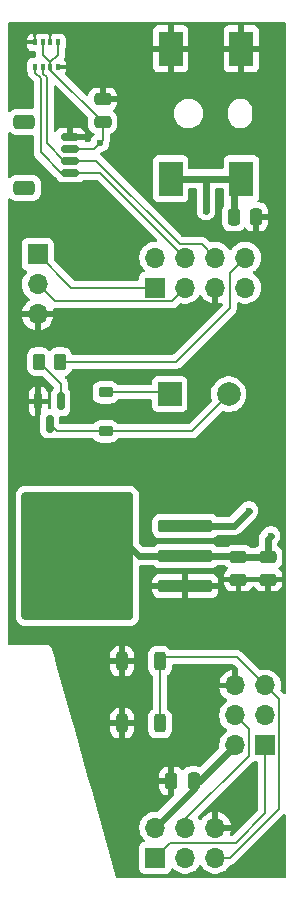
<source format=gbr>
%TF.GenerationSoftware,KiCad,Pcbnew,9.0.0*%
%TF.CreationDate,2025-04-11T18:51:10-05:00*%
%TF.ProjectId,ptSolar-Breakout,7074536f-6c61-4722-9d42-7265616b6f75,rev?*%
%TF.SameCoordinates,Original*%
%TF.FileFunction,Copper,L1,Top*%
%TF.FilePolarity,Positive*%
%FSLAX46Y46*%
G04 Gerber Fmt 4.6, Leading zero omitted, Abs format (unit mm)*
G04 Created by KiCad (PCBNEW 9.0.0) date 2025-04-11 18:51:10*
%MOMM*%
%LPD*%
G01*
G04 APERTURE LIST*
G04 Aperture macros list*
%AMRoundRect*
0 Rectangle with rounded corners*
0 $1 Rounding radius*
0 $2 $3 $4 $5 $6 $7 $8 $9 X,Y pos of 4 corners*
0 Add a 4 corners polygon primitive as box body*
4,1,4,$2,$3,$4,$5,$6,$7,$8,$9,$2,$3,0*
0 Add four circle primitives for the rounded corners*
1,1,$1+$1,$2,$3*
1,1,$1+$1,$4,$5*
1,1,$1+$1,$6,$7*
1,1,$1+$1,$8,$9*
0 Add four rect primitives between the rounded corners*
20,1,$1+$1,$2,$3,$4,$5,0*
20,1,$1+$1,$4,$5,$6,$7,0*
20,1,$1+$1,$6,$7,$8,$9,0*
20,1,$1+$1,$8,$9,$2,$3,0*%
G04 Aperture macros list end*
%TA.AperFunction,SMDPad,CuDef*%
%ADD10RoundRect,0.150000X-0.625000X0.150000X-0.625000X-0.150000X0.625000X-0.150000X0.625000X0.150000X0*%
%TD*%
%TA.AperFunction,SMDPad,CuDef*%
%ADD11RoundRect,0.250000X-0.650000X0.350000X-0.650000X-0.350000X0.650000X-0.350000X0.650000X0.350000X0*%
%TD*%
%TA.AperFunction,SMDPad,CuDef*%
%ADD12RoundRect,0.250000X-0.250000X-0.475000X0.250000X-0.475000X0.250000X0.475000X-0.250000X0.475000X0*%
%TD*%
%TA.AperFunction,SMDPad,CuDef*%
%ADD13RoundRect,0.250000X0.475000X-0.250000X0.475000X0.250000X-0.475000X0.250000X-0.475000X-0.250000X0*%
%TD*%
%TA.AperFunction,ComponentPad*%
%ADD14R,1.700000X1.700000*%
%TD*%
%TA.AperFunction,ComponentPad*%
%ADD15O,1.700000X1.700000*%
%TD*%
%TA.AperFunction,SMDPad,CuDef*%
%ADD16RoundRect,0.250000X0.250000X0.475000X-0.250000X0.475000X-0.250000X-0.475000X0.250000X-0.475000X0*%
%TD*%
%TA.AperFunction,SMDPad,CuDef*%
%ADD17RoundRect,0.225000X-0.375000X0.225000X-0.375000X-0.225000X0.375000X-0.225000X0.375000X0.225000X0*%
%TD*%
%TA.AperFunction,SMDPad,CuDef*%
%ADD18RoundRect,0.150000X-0.150000X0.587500X-0.150000X-0.587500X0.150000X-0.587500X0.150000X0.587500X0*%
%TD*%
%TA.AperFunction,ComponentPad*%
%ADD19R,2.000000X2.000000*%
%TD*%
%TA.AperFunction,ComponentPad*%
%ADD20C,2.000000*%
%TD*%
%TA.AperFunction,SMDPad,CuDef*%
%ADD21RoundRect,0.250000X2.050000X0.300000X-2.050000X0.300000X-2.050000X-0.300000X2.050000X-0.300000X0*%
%TD*%
%TA.AperFunction,SMDPad,CuDef*%
%ADD22RoundRect,0.250000X2.025000X2.375000X-2.025000X2.375000X-2.025000X-2.375000X2.025000X-2.375000X0*%
%TD*%
%TA.AperFunction,SMDPad,CuDef*%
%ADD23RoundRect,0.250002X4.449998X5.149998X-4.449998X5.149998X-4.449998X-5.149998X4.449998X-5.149998X0*%
%TD*%
%TA.AperFunction,SMDPad,CuDef*%
%ADD24R,0.350000X0.500000*%
%TD*%
%TA.AperFunction,SMDPad,CuDef*%
%ADD25RoundRect,0.250000X-0.250000X0.525000X-0.250000X-0.525000X0.250000X-0.525000X0.250000X0.525000X0*%
%TD*%
%TA.AperFunction,SMDPad,CuDef*%
%ADD26RoundRect,0.250000X-0.475000X0.250000X-0.475000X-0.250000X0.475000X-0.250000X0.475000X0.250000X0*%
%TD*%
%TA.AperFunction,SMDPad,CuDef*%
%ADD27R,2.000000X3.000000*%
%TD*%
%TA.AperFunction,SMDPad,CuDef*%
%ADD28RoundRect,0.250000X-0.262500X-0.450000X0.262500X-0.450000X0.262500X0.450000X-0.262500X0.450000X0*%
%TD*%
%TA.AperFunction,ViaPad*%
%ADD29C,0.600000*%
%TD*%
%TA.AperFunction,Conductor*%
%ADD30C,0.600000*%
%TD*%
%TA.AperFunction,Conductor*%
%ADD31C,0.200000*%
%TD*%
G04 APERTURE END LIST*
D10*
%TO.P,J4,1,Pin_1*%
%TO.N,GND*%
X148500000Y-78000000D03*
%TO.P,J4,2,Pin_2*%
%TO.N,+3.3V*%
X148500000Y-79000000D03*
%TO.P,J4,3,Pin_3*%
%TO.N,Net-(J2-Pin_6)*%
X148500000Y-80000000D03*
%TO.P,J4,4,Pin_4*%
%TO.N,Net-(J2-Pin_4)*%
X148500000Y-81000000D03*
D11*
%TO.P,J4,MP*%
%TO.N,N/C*%
X144625000Y-76700000D03*
X144625000Y-82300000D03*
%TD*%
D12*
%TO.P,C1,1*%
%TO.N,Net-(U1-VI)*%
X162350000Y-84750000D03*
%TO.P,C1,2*%
%TO.N,GND*%
X164250000Y-84750000D03*
%TD*%
D13*
%TO.P,C5,1*%
%TO.N,+3.3V*%
X151250000Y-76700000D03*
%TO.P,C5,2*%
%TO.N,GND*%
X151250000Y-74800000D03*
%TD*%
D14*
%TO.P,J2,1,Pin_1*%
%TO.N,Net-(J2-Pin_1)*%
X155700000Y-90740000D03*
D15*
%TO.P,J2,2,Pin_2*%
%TO.N,+3.3V*%
X155700000Y-88200000D03*
%TO.P,J2,3,Pin_3*%
%TO.N,Net-(J2-Pin_3)*%
X158240000Y-90740000D03*
%TO.P,J2,4,Pin_4*%
%TO.N,Net-(J2-Pin_4)*%
X158240000Y-88200000D03*
%TO.P,J2,5,Pin_5*%
%TO.N,GND*%
X160780000Y-90740000D03*
%TO.P,J2,6,Pin_6*%
%TO.N,Net-(J2-Pin_6)*%
X160780000Y-88200000D03*
%TO.P,J2,7,Pin_7*%
%TO.N,unconnected-(J2-Pin_7-Pad7)*%
X163320000Y-90740000D03*
%TO.P,J2,8,Pin_8*%
%TO.N,Net-(J2-Pin_8)*%
X163320000Y-88200000D03*
%TD*%
D14*
%TO.P,J1,1,Pin_1*%
%TO.N,/MISO*%
X165000000Y-129500000D03*
D15*
%TO.P,J1,2,Pin_2*%
%TO.N,+BATT*%
X162460000Y-129500000D03*
%TO.P,J1,3,Pin_3*%
%TO.N,/SCK*%
X165000000Y-126960000D03*
%TO.P,J1,4,Pin_4*%
%TO.N,/MOSI*%
X162460000Y-126960000D03*
%TO.P,J1,5,Pin_5*%
%TO.N,/RESET*%
X165000000Y-124420000D03*
%TO.P,J1,6,Pin_6*%
%TO.N,GND*%
X162460000Y-124420000D03*
%TD*%
D16*
%TO.P,C3,1*%
%TO.N,+BATT*%
X158950000Y-132500000D03*
%TO.P,C3,2*%
%TO.N,GND*%
X157050000Y-132500000D03*
%TD*%
D17*
%TO.P,D1,1,K*%
%TO.N,+BATT*%
X151500000Y-99600000D03*
%TO.P,D1,2,A*%
%TO.N,Net-(D1-A)*%
X151500000Y-102900000D03*
%TD*%
D14*
%TO.P,J3,1,Pin_1*%
%TO.N,/MISO*%
X155700000Y-139000000D03*
D15*
%TO.P,J3,2,Pin_2*%
%TO.N,+BATT*%
X155700000Y-136460000D03*
%TO.P,J3,3,Pin_3*%
%TO.N,/SCK*%
X158240000Y-139000000D03*
%TO.P,J3,4,Pin_4*%
%TO.N,/MOSI*%
X158240000Y-136460000D03*
%TO.P,J3,5,Pin_5*%
%TO.N,/RESET*%
X160780000Y-139000000D03*
%TO.P,J3,6,Pin_6*%
%TO.N,GND*%
X160780000Y-136460000D03*
%TD*%
D18*
%TO.P,Q1,1,B*%
%TO.N,Net-(Q1-B)*%
X147700000Y-100375000D03*
%TO.P,Q1,2,E*%
%TO.N,GND*%
X145800000Y-100375000D03*
%TO.P,Q1,3,C*%
%TO.N,Net-(D1-A)*%
X146750000Y-102250000D03*
%TD*%
D19*
%TO.P,PZ1,1*%
%TO.N,+BATT*%
X156926041Y-99750000D03*
D20*
%TO.P,PZ1,2*%
%TO.N,Net-(D1-A)*%
X161926041Y-99750000D03*
%TD*%
D21*
%TO.P,U1,1,GND*%
%TO.N,GND*%
X158250000Y-116000000D03*
%TO.P,U1,2,VO*%
%TO.N,+BATT*%
X158250000Y-113460000D03*
D22*
X151525000Y-116235000D03*
X151525000Y-110685000D03*
D23*
X149100000Y-113460000D03*
D22*
X146675000Y-116235000D03*
X146675000Y-110685000D03*
D21*
%TO.P,U1,3,VI*%
%TO.N,Net-(U1-VI)*%
X158250000Y-110920000D03*
%TD*%
D24*
%TO.P,U2,1,GND*%
%TO.N,GND*%
X147475000Y-72025000D03*
%TO.P,U2,2,CSB*%
%TO.N,+3.3V*%
X146825000Y-72025000D03*
%TO.P,U2,3,SDI*%
%TO.N,Net-(J2-Pin_6)*%
X146175000Y-72025000D03*
%TO.P,U2,4,SCK*%
%TO.N,Net-(J2-Pin_4)*%
X145525000Y-72025000D03*
%TO.P,U2,5,SDO*%
%TO.N,GND*%
X145525000Y-69975000D03*
%TO.P,U2,6,VDDIO*%
%TO.N,+3.3V*%
X146175000Y-69975000D03*
%TO.P,U2,7,GND*%
%TO.N,GND*%
X146825000Y-69975000D03*
%TO.P,U2,8,VDD*%
%TO.N,+3.3V*%
X147475000Y-69975000D03*
%TD*%
D14*
%TO.P,J5,1,Pin_1*%
%TO.N,Net-(J2-Pin_1)*%
X145750000Y-87920000D03*
D15*
%TO.P,J5,2,Pin_2*%
%TO.N,Net-(J2-Pin_3)*%
X145750000Y-90460000D03*
%TO.P,J5,3,Pin_3*%
%TO.N,GND*%
X145750000Y-93000000D03*
%TD*%
D25*
%TO.P,SW1,1,A*%
%TO.N,/RESET*%
X156100000Y-122375000D03*
X156100000Y-127625000D03*
%TO.P,SW1,2,B*%
%TO.N,GND*%
X152900000Y-122375000D03*
X152900000Y-127625000D03*
%TD*%
D26*
%TO.P,C4,1*%
%TO.N,+BATT*%
X162750000Y-113550000D03*
%TO.P,C4,2*%
%TO.N,GND*%
X162750000Y-115450000D03*
%TD*%
D27*
%TO.P,J6,1*%
%TO.N,Net-(U1-VI)*%
X163000000Y-81500000D03*
X157000000Y-81500000D03*
%TO.P,J6,2*%
%TO.N,GND*%
X157000000Y-70500000D03*
%TO.P,J6,3*%
X163000000Y-70500000D03*
%TD*%
D26*
%TO.P,C2,1*%
%TO.N,+BATT*%
X165250000Y-113550000D03*
%TO.P,C2,2*%
%TO.N,GND*%
X165250000Y-115450000D03*
%TD*%
D28*
%TO.P,R1,1*%
%TO.N,Net-(Q1-B)*%
X145837500Y-97000000D03*
%TO.P,R1,2*%
%TO.N,Net-(J2-Pin_8)*%
X147662500Y-97000000D03*
%TD*%
D29*
%TO.N,GND*%
X149500000Y-100200000D03*
X144200000Y-79500000D03*
X148700000Y-75800000D03*
%TO.N,+BATT*%
X165500000Y-111750000D03*
%TO.N,Net-(U1-VI)*%
X163625000Y-109625000D03*
X160000000Y-84250000D03*
%TO.N,GND*%
X159500000Y-107000000D03*
X165500000Y-138750000D03*
X160250000Y-70500000D03*
X149000000Y-120000000D03*
X154000000Y-70500000D03*
X154000000Y-107000000D03*
X159500000Y-120000000D03*
X163750000Y-107000000D03*
X144750000Y-120000000D03*
X164750000Y-120000000D03*
X157750000Y-84500000D03*
X154000000Y-120000000D03*
X165750000Y-70500000D03*
X144750000Y-106750000D03*
X149000000Y-106750000D03*
%TO.N,+3.3V*%
X151000000Y-78500000D03*
%TD*%
D30*
%TO.N,+BATT*%
X158250000Y-113460000D02*
X162660000Y-113460000D01*
X154300000Y-113460000D02*
X151525000Y-110685000D01*
X165250000Y-112000000D02*
X165500000Y-111750000D01*
X162660000Y-113460000D02*
X162750000Y-113550000D01*
X158950000Y-132500000D02*
X158950000Y-133210000D01*
D31*
X151500000Y-99600000D02*
X156776041Y-99600000D01*
D30*
X158950000Y-133210000D02*
X155700000Y-136460000D01*
X165250000Y-113550000D02*
X165250000Y-112000000D01*
X158250000Y-113460000D02*
X154300000Y-113460000D01*
X165250000Y-113550000D02*
X162750000Y-113550000D01*
D31*
X156776041Y-99600000D02*
X156926041Y-99750000D01*
D30*
X159460000Y-132500000D02*
X162460000Y-129500000D01*
X158950000Y-132500000D02*
X159460000Y-132500000D01*
D31*
%TO.N,Net-(D1-A)*%
X146750000Y-102250000D02*
X147400000Y-102900000D01*
X147400000Y-102900000D02*
X151500000Y-102900000D01*
X158776041Y-102900000D02*
X151500000Y-102900000D01*
X161926041Y-99750000D02*
X158776041Y-102900000D01*
D30*
%TO.N,Net-(U1-VI)*%
X163625000Y-109625000D02*
X162330000Y-110920000D01*
X160000000Y-84250000D02*
X160000000Y-81500000D01*
X162330000Y-110920000D02*
X158250000Y-110920000D01*
X162350000Y-82150000D02*
X163000000Y-81500000D01*
X157000000Y-81500000D02*
X160000000Y-81500000D01*
X160000000Y-81500000D02*
X163000000Y-81500000D01*
X162350000Y-84750000D02*
X162350000Y-82150000D01*
D31*
%TO.N,GND*%
X146825000Y-69975000D02*
X146825000Y-69175000D01*
X146825000Y-69175000D02*
X147000000Y-69000000D01*
X145500000Y-69000000D02*
X145525000Y-69025000D01*
X145525000Y-69025000D02*
X145525000Y-69975000D01*
%TO.N,/MISO*%
X162500000Y-137750000D02*
X156950000Y-137750000D01*
X156950000Y-137750000D02*
X155700000Y-139000000D01*
X165000000Y-135250000D02*
X162500000Y-137750000D01*
X165000000Y-129500000D02*
X165000000Y-135250000D01*
%TO.N,/RESET*%
X160780000Y-139000000D02*
X162000000Y-139000000D01*
X165000000Y-124420000D02*
X162605000Y-122025000D01*
X156100000Y-122375000D02*
X156100000Y-127625000D01*
X166150000Y-134850000D02*
X166150000Y-125570000D01*
X162605000Y-122025000D02*
X156250000Y-122025000D01*
X162000000Y-139000000D02*
X166150000Y-134850000D01*
X166150000Y-125570000D02*
X165000000Y-124420000D01*
%TO.N,/MOSI*%
X163610000Y-128110000D02*
X163610000Y-130390000D01*
X158240000Y-135760000D02*
X158240000Y-136460000D01*
X162460000Y-126960000D02*
X163610000Y-128110000D01*
X163610000Y-130390000D02*
X158240000Y-135760000D01*
%TO.N,Net-(J2-Pin_3)*%
X145750000Y-90460000D02*
X147181000Y-91891000D01*
X147181000Y-91891000D02*
X157089000Y-91891000D01*
X157089000Y-91891000D02*
X158240000Y-90740000D01*
%TO.N,+3.3V*%
X148500000Y-79000000D02*
X150500000Y-79000000D01*
X151250000Y-78250000D02*
X151250000Y-76700000D01*
X146175000Y-70998000D02*
X146825000Y-71648000D01*
X147475000Y-70998000D02*
X146825000Y-71648000D01*
X146825000Y-72275000D02*
X151250000Y-76700000D01*
X146825000Y-72025000D02*
X146825000Y-72275000D01*
X146175000Y-69975000D02*
X146175000Y-70998000D01*
X147475000Y-69975000D02*
X147475000Y-70998000D01*
X150500000Y-79000000D02*
X151250000Y-78250000D01*
X146825000Y-71648000D02*
X146825000Y-72025000D01*
%TO.N,Net-(J2-Pin_4)*%
X146000000Y-73000000D02*
X146000000Y-79274999D01*
X146000000Y-79274999D02*
X147725001Y-81000000D01*
X145525000Y-72525000D02*
X146000000Y-73000000D01*
X147725001Y-81000000D02*
X148500000Y-81000000D01*
X151040000Y-81000000D02*
X148500000Y-81000000D01*
X145525000Y-72025000D02*
X145525000Y-72525000D01*
X158240000Y-88200000D02*
X151040000Y-81000000D01*
%TO.N,Net-(Q1-B)*%
X147700000Y-98862500D02*
X145837500Y-97000000D01*
X147700000Y-100375000D02*
X147700000Y-98862500D01*
%TO.N,Net-(J2-Pin_1)*%
X148570000Y-90740000D02*
X145750000Y-87920000D01*
X155700000Y-90740000D02*
X148570000Y-90740000D01*
X145750000Y-88250000D02*
X145750000Y-87920000D01*
%TO.N,Net-(J2-Pin_6)*%
X146175000Y-72025000D02*
X146175000Y-72607900D01*
X146500000Y-72932900D02*
X146500000Y-78500000D01*
X148000000Y-80000000D02*
X148500000Y-80000000D01*
X150714240Y-80000000D02*
X148500000Y-80000000D01*
X146500000Y-78500000D02*
X148000000Y-80000000D01*
X146175000Y-72607900D02*
X146500000Y-72932900D01*
X159629000Y-87049000D02*
X157763240Y-87049000D01*
X160780000Y-88200000D02*
X159629000Y-87049000D01*
X157763240Y-87049000D02*
X150714240Y-80000000D01*
%TO.N,Net-(J2-Pin_8)*%
X162000000Y-89520000D02*
X163320000Y-88200000D01*
X162000000Y-92500000D02*
X162000000Y-89520000D01*
X157500000Y-97000000D02*
X162000000Y-92500000D01*
X147662500Y-97000000D02*
X157500000Y-97000000D01*
%TD*%
%TA.AperFunction,Conductor*%
%TO.N,GND*%
G36*
X166692539Y-68270185D02*
G01*
X166738294Y-68322989D01*
X166749500Y-68374500D01*
X166749500Y-125020902D01*
X166729815Y-125087941D01*
X166677011Y-125133696D01*
X166607853Y-125143640D01*
X166544297Y-125114615D01*
X166537819Y-125108583D01*
X166333757Y-124904522D01*
X166300272Y-124843199D01*
X166303507Y-124778523D01*
X166317246Y-124736243D01*
X166350500Y-124526287D01*
X166350500Y-124313713D01*
X166317246Y-124103757D01*
X166251557Y-123901588D01*
X166155051Y-123712184D01*
X166155049Y-123712181D01*
X166155048Y-123712179D01*
X166030109Y-123540213D01*
X165879786Y-123389890D01*
X165707820Y-123264951D01*
X165518414Y-123168444D01*
X165518413Y-123168443D01*
X165518412Y-123168443D01*
X165316243Y-123102754D01*
X165316241Y-123102753D01*
X165316240Y-123102753D01*
X165154957Y-123077208D01*
X165106287Y-123069500D01*
X164893713Y-123069500D01*
X164865006Y-123074046D01*
X164683757Y-123102753D01*
X164641473Y-123116492D01*
X164571632Y-123118486D01*
X164515476Y-123086241D01*
X163092590Y-121663355D01*
X163092588Y-121663352D01*
X162973717Y-121544481D01*
X162973716Y-121544480D01*
X162886904Y-121494360D01*
X162886904Y-121494359D01*
X162886900Y-121494358D01*
X162836785Y-121465423D01*
X162684057Y-121424499D01*
X162525943Y-121424499D01*
X162518347Y-121424499D01*
X162518331Y-121424500D01*
X157036868Y-121424500D01*
X156969829Y-121404815D01*
X156948653Y-121385616D01*
X156947819Y-121386451D01*
X156818657Y-121257289D01*
X156818656Y-121257288D01*
X156669334Y-121165186D01*
X156502797Y-121110001D01*
X156502795Y-121110000D01*
X156400010Y-121099500D01*
X155799998Y-121099500D01*
X155799980Y-121099501D01*
X155697203Y-121110000D01*
X155697200Y-121110001D01*
X155530668Y-121165185D01*
X155530663Y-121165187D01*
X155381342Y-121257289D01*
X155257289Y-121381342D01*
X155165187Y-121530663D01*
X155165185Y-121530668D01*
X155165115Y-121530880D01*
X155110001Y-121697203D01*
X155110001Y-121697204D01*
X155110000Y-121697204D01*
X155099500Y-121799983D01*
X155099500Y-122950001D01*
X155099501Y-122950018D01*
X155110000Y-123052796D01*
X155110001Y-123052799D01*
X155148475Y-123168903D01*
X155165186Y-123219334D01*
X155257288Y-123368656D01*
X155381344Y-123492712D01*
X155440596Y-123529258D01*
X155487321Y-123581204D01*
X155499500Y-123634797D01*
X155499500Y-126365201D01*
X155479815Y-126432240D01*
X155440598Y-126470739D01*
X155381344Y-126507287D01*
X155257289Y-126631342D01*
X155165187Y-126780663D01*
X155165185Y-126780668D01*
X155165115Y-126780880D01*
X155110001Y-126947203D01*
X155110001Y-126947204D01*
X155110000Y-126947204D01*
X155099500Y-127049983D01*
X155099500Y-128200001D01*
X155099501Y-128200018D01*
X155110000Y-128302796D01*
X155110001Y-128302799D01*
X155165185Y-128469331D01*
X155165187Y-128469336D01*
X155200069Y-128525888D01*
X155257288Y-128618656D01*
X155381344Y-128742712D01*
X155530666Y-128834814D01*
X155697203Y-128889999D01*
X155799991Y-128900500D01*
X156400008Y-128900499D01*
X156400016Y-128900498D01*
X156400019Y-128900498D01*
X156456302Y-128894748D01*
X156502797Y-128889999D01*
X156669334Y-128834814D01*
X156818656Y-128742712D01*
X156942712Y-128618656D01*
X157034814Y-128469334D01*
X157089999Y-128302797D01*
X157100500Y-128200009D01*
X157100499Y-127049992D01*
X157089999Y-126947203D01*
X157034814Y-126780666D01*
X156942712Y-126631344D01*
X156818656Y-126507288D01*
X156818655Y-126507287D01*
X156759402Y-126470739D01*
X156712678Y-126418791D01*
X156700500Y-126365201D01*
X156700500Y-123634797D01*
X156720185Y-123567758D01*
X156759403Y-123529258D01*
X156818656Y-123492712D01*
X156942712Y-123368656D01*
X157034814Y-123219334D01*
X157089999Y-123052797D01*
X157100500Y-122950009D01*
X157100500Y-122749500D01*
X157120185Y-122682461D01*
X157172989Y-122636706D01*
X157224500Y-122625500D01*
X162304903Y-122625500D01*
X162371942Y-122645185D01*
X162392584Y-122661819D01*
X162676381Y-122945616D01*
X162709866Y-123006939D01*
X162707816Y-123035603D01*
X162710000Y-123035603D01*
X162710000Y-123986988D01*
X162652993Y-123954075D01*
X162525826Y-123920000D01*
X162394174Y-123920000D01*
X162267007Y-123954075D01*
X162210000Y-123986988D01*
X162210000Y-123092768D01*
X162209999Y-123092768D01*
X162143875Y-123103241D01*
X161941784Y-123168903D01*
X161752442Y-123265379D01*
X161580540Y-123390272D01*
X161580535Y-123390276D01*
X161430276Y-123540535D01*
X161430272Y-123540540D01*
X161305379Y-123712442D01*
X161208904Y-123901782D01*
X161143242Y-124103870D01*
X161143242Y-124103873D01*
X161132769Y-124170000D01*
X162026988Y-124170000D01*
X161994075Y-124227007D01*
X161960000Y-124354174D01*
X161960000Y-124485826D01*
X161994075Y-124612993D01*
X162026988Y-124670000D01*
X161132769Y-124670000D01*
X161143242Y-124736126D01*
X161143242Y-124736129D01*
X161208904Y-124938217D01*
X161305379Y-125127557D01*
X161430272Y-125299459D01*
X161430276Y-125299464D01*
X161580535Y-125449723D01*
X161580540Y-125449727D01*
X161752444Y-125574622D01*
X161761495Y-125579234D01*
X161812292Y-125627208D01*
X161829087Y-125695029D01*
X161806550Y-125761164D01*
X161761499Y-125800202D01*
X161752182Y-125804949D01*
X161580213Y-125929890D01*
X161429890Y-126080213D01*
X161304951Y-126252179D01*
X161208444Y-126441585D01*
X161142753Y-126643760D01*
X161121069Y-126780668D01*
X161109500Y-126853713D01*
X161109500Y-127066287D01*
X161142754Y-127276243D01*
X161174842Y-127375000D01*
X161208444Y-127478414D01*
X161304951Y-127667820D01*
X161429890Y-127839786D01*
X161580213Y-127990109D01*
X161752182Y-128115050D01*
X161760946Y-128119516D01*
X161811742Y-128167491D01*
X161828536Y-128235312D01*
X161805998Y-128301447D01*
X161760946Y-128340484D01*
X161752182Y-128344949D01*
X161580213Y-128469890D01*
X161429890Y-128620213D01*
X161304951Y-128792179D01*
X161208444Y-128981585D01*
X161142753Y-129183760D01*
X161109500Y-129393713D01*
X161109500Y-129606287D01*
X161109499Y-129606287D01*
X161114948Y-129640686D01*
X161105993Y-129709979D01*
X161080156Y-129747764D01*
X159549682Y-131278238D01*
X159488359Y-131311723D01*
X159422997Y-131308263D01*
X159352798Y-131285001D01*
X159250010Y-131274500D01*
X158649998Y-131274500D01*
X158649980Y-131274501D01*
X158547203Y-131285000D01*
X158547200Y-131285001D01*
X158380668Y-131340185D01*
X158380663Y-131340187D01*
X158231342Y-131432289D01*
X158107288Y-131556343D01*
X158107283Y-131556349D01*
X158105241Y-131559661D01*
X158103247Y-131561453D01*
X158102807Y-131562011D01*
X158102711Y-131561935D01*
X158053291Y-131606383D01*
X157984328Y-131617602D01*
X157920247Y-131589755D01*
X157894168Y-131559656D01*
X157892319Y-131556659D01*
X157892316Y-131556655D01*
X157768345Y-131432684D01*
X157619124Y-131340643D01*
X157619119Y-131340641D01*
X157452697Y-131285494D01*
X157452690Y-131285493D01*
X157349986Y-131275000D01*
X157300000Y-131275000D01*
X157300000Y-133676558D01*
X157280315Y-133743597D01*
X157263681Y-133764239D01*
X155947764Y-135080156D01*
X155886441Y-135113641D01*
X155840686Y-135114948D01*
X155806287Y-135109500D01*
X155593713Y-135109500D01*
X155567568Y-135113641D01*
X155383760Y-135142753D01*
X155181585Y-135208444D01*
X154992179Y-135304951D01*
X154820213Y-135429890D01*
X154669890Y-135580213D01*
X154544951Y-135752179D01*
X154448444Y-135941585D01*
X154382753Y-136143760D01*
X154349500Y-136353713D01*
X154349500Y-136566286D01*
X154382753Y-136776239D01*
X154448444Y-136978414D01*
X154544951Y-137167820D01*
X154669890Y-137339786D01*
X154783430Y-137453326D01*
X154816915Y-137514649D01*
X154811931Y-137584341D01*
X154770059Y-137640274D01*
X154739083Y-137657189D01*
X154607669Y-137706203D01*
X154607664Y-137706206D01*
X154492455Y-137792452D01*
X154492452Y-137792455D01*
X154406206Y-137907664D01*
X154406202Y-137907671D01*
X154355908Y-138042517D01*
X154349501Y-138102116D01*
X154349500Y-138102135D01*
X154349500Y-139897870D01*
X154349501Y-139897876D01*
X154355908Y-139957483D01*
X154406202Y-140092328D01*
X154406206Y-140092335D01*
X154492452Y-140207544D01*
X154492455Y-140207547D01*
X154607664Y-140293793D01*
X154607671Y-140293797D01*
X154742517Y-140344091D01*
X154742516Y-140344091D01*
X154749444Y-140344835D01*
X154802127Y-140350500D01*
X156597872Y-140350499D01*
X156657483Y-140344091D01*
X156792331Y-140293796D01*
X156907546Y-140207546D01*
X156993796Y-140092331D01*
X157042810Y-139960916D01*
X157084681Y-139904984D01*
X157150145Y-139880566D01*
X157218418Y-139895417D01*
X157246673Y-139916569D01*
X157360213Y-140030109D01*
X157532179Y-140155048D01*
X157532181Y-140155049D01*
X157532184Y-140155051D01*
X157721588Y-140251557D01*
X157923757Y-140317246D01*
X158133713Y-140350500D01*
X158133714Y-140350500D01*
X158346286Y-140350500D01*
X158346287Y-140350500D01*
X158556243Y-140317246D01*
X158758412Y-140251557D01*
X158947816Y-140155051D01*
X159034138Y-140092335D01*
X159119786Y-140030109D01*
X159119788Y-140030106D01*
X159119792Y-140030104D01*
X159270104Y-139879792D01*
X159270106Y-139879788D01*
X159270109Y-139879786D01*
X159395048Y-139707820D01*
X159395047Y-139707820D01*
X159395051Y-139707816D01*
X159399514Y-139699054D01*
X159447488Y-139648259D01*
X159515308Y-139631463D01*
X159581444Y-139653999D01*
X159620486Y-139699056D01*
X159624951Y-139707820D01*
X159749890Y-139879786D01*
X159900213Y-140030109D01*
X160072179Y-140155048D01*
X160072181Y-140155049D01*
X160072184Y-140155051D01*
X160261588Y-140251557D01*
X160463757Y-140317246D01*
X160673713Y-140350500D01*
X160673714Y-140350500D01*
X160886286Y-140350500D01*
X160886287Y-140350500D01*
X161096243Y-140317246D01*
X161298412Y-140251557D01*
X161487816Y-140155051D01*
X161574138Y-140092335D01*
X161659786Y-140030109D01*
X161659788Y-140030106D01*
X161659792Y-140030104D01*
X161810104Y-139879792D01*
X161810106Y-139879788D01*
X161810109Y-139879786D01*
X161935048Y-139707820D01*
X161935047Y-139707820D01*
X161935051Y-139707816D01*
X161955233Y-139668205D01*
X162003207Y-139617410D01*
X162065718Y-139600501D01*
X162079054Y-139600501D01*
X162079057Y-139600501D01*
X162231785Y-139559577D01*
X162281904Y-139530639D01*
X162368716Y-139480520D01*
X162480520Y-139368716D01*
X162480520Y-139368714D01*
X162490728Y-139358507D01*
X162490730Y-139358504D01*
X166518713Y-135330521D01*
X166518716Y-135330520D01*
X166537825Y-135311410D01*
X166580021Y-135288372D01*
X166599142Y-135277932D01*
X166599144Y-135277932D01*
X166599148Y-135277930D01*
X166641470Y-135280959D01*
X166668834Y-135282916D01*
X166668836Y-135282917D01*
X166668840Y-135282918D01*
X166695012Y-135302513D01*
X166724767Y-135324788D01*
X166724768Y-135324790D01*
X166724771Y-135324793D01*
X166740224Y-135366232D01*
X166749184Y-135390252D01*
X166749184Y-135390255D01*
X166749185Y-135390258D01*
X166749184Y-135390261D01*
X166749500Y-135399098D01*
X166749500Y-140625500D01*
X166729815Y-140692539D01*
X166677011Y-140738294D01*
X166625500Y-140749500D01*
X152474352Y-140749500D01*
X152407313Y-140729815D01*
X152361558Y-140677011D01*
X152354897Y-140658766D01*
X152269051Y-140350500D01*
X150229035Y-133024986D01*
X156050001Y-133024986D01*
X156060494Y-133127697D01*
X156115641Y-133294119D01*
X156115643Y-133294124D01*
X156207684Y-133443345D01*
X156331654Y-133567315D01*
X156480875Y-133659356D01*
X156480880Y-133659358D01*
X156647302Y-133714505D01*
X156647309Y-133714506D01*
X156750019Y-133724999D01*
X156799999Y-133724998D01*
X156800000Y-133724998D01*
X156800000Y-132750000D01*
X156050001Y-132750000D01*
X156050001Y-133024986D01*
X150229035Y-133024986D01*
X149936637Y-131975013D01*
X156050000Y-131975013D01*
X156050000Y-132250000D01*
X156800000Y-132250000D01*
X156800000Y-131275000D01*
X156799999Y-131274999D01*
X156750029Y-131275000D01*
X156750011Y-131275001D01*
X156647302Y-131285494D01*
X156480880Y-131340641D01*
X156480875Y-131340643D01*
X156331654Y-131432684D01*
X156207684Y-131556654D01*
X156115643Y-131705875D01*
X156115641Y-131705880D01*
X156060494Y-131872302D01*
X156060493Y-131872309D01*
X156050000Y-131975013D01*
X149936637Y-131975013D01*
X148885363Y-128199986D01*
X151900001Y-128199986D01*
X151910494Y-128302697D01*
X151965641Y-128469119D01*
X151965643Y-128469124D01*
X152057684Y-128618345D01*
X152181654Y-128742315D01*
X152330875Y-128834356D01*
X152330880Y-128834358D01*
X152497302Y-128889505D01*
X152497309Y-128889506D01*
X152600019Y-128899999D01*
X153150000Y-128899999D01*
X153199972Y-128899999D01*
X153199986Y-128899998D01*
X153302697Y-128889505D01*
X153469119Y-128834358D01*
X153469124Y-128834356D01*
X153618345Y-128742315D01*
X153742315Y-128618345D01*
X153834356Y-128469124D01*
X153834358Y-128469119D01*
X153889505Y-128302697D01*
X153889506Y-128302690D01*
X153899999Y-128199986D01*
X153900000Y-128199973D01*
X153900000Y-127875000D01*
X153150000Y-127875000D01*
X153150000Y-128899999D01*
X152600019Y-128899999D01*
X152649999Y-128899998D01*
X152650000Y-128899998D01*
X152650000Y-127875000D01*
X151900001Y-127875000D01*
X151900001Y-128199986D01*
X148885363Y-128199986D01*
X148565117Y-127050013D01*
X151900000Y-127050013D01*
X151900000Y-127375000D01*
X152650000Y-127375000D01*
X153150000Y-127375000D01*
X153899999Y-127375000D01*
X153899999Y-127050028D01*
X153899998Y-127050013D01*
X153889505Y-126947302D01*
X153834358Y-126780880D01*
X153834356Y-126780875D01*
X153742315Y-126631654D01*
X153618345Y-126507684D01*
X153469124Y-126415643D01*
X153469119Y-126415641D01*
X153302697Y-126360494D01*
X153302690Y-126360493D01*
X153199986Y-126350000D01*
X153150000Y-126350000D01*
X153150000Y-127375000D01*
X152650000Y-127375000D01*
X152650000Y-126350000D01*
X152649999Y-126349999D01*
X152600029Y-126350000D01*
X152600011Y-126350001D01*
X152497302Y-126360494D01*
X152330880Y-126415641D01*
X152330875Y-126415643D01*
X152181654Y-126507684D01*
X152057684Y-126631654D01*
X151965643Y-126780875D01*
X151965641Y-126780880D01*
X151910494Y-126947302D01*
X151910493Y-126947309D01*
X151900000Y-127050013D01*
X148565117Y-127050013D01*
X147423338Y-122949986D01*
X151900001Y-122949986D01*
X151910494Y-123052697D01*
X151965641Y-123219119D01*
X151965643Y-123219124D01*
X152057684Y-123368345D01*
X152181654Y-123492315D01*
X152330875Y-123584356D01*
X152330880Y-123584358D01*
X152497302Y-123639505D01*
X152497309Y-123639506D01*
X152600019Y-123649999D01*
X153150000Y-123649999D01*
X153199972Y-123649999D01*
X153199986Y-123649998D01*
X153302697Y-123639505D01*
X153469119Y-123584358D01*
X153469124Y-123584356D01*
X153618345Y-123492315D01*
X153742315Y-123368345D01*
X153834356Y-123219124D01*
X153834358Y-123219119D01*
X153889505Y-123052697D01*
X153889506Y-123052690D01*
X153899999Y-122949986D01*
X153900000Y-122949973D01*
X153900000Y-122625000D01*
X153150000Y-122625000D01*
X153150000Y-123649999D01*
X152600019Y-123649999D01*
X152649999Y-123649998D01*
X152650000Y-123649998D01*
X152650000Y-122625000D01*
X151900001Y-122625000D01*
X151900001Y-122949986D01*
X147423338Y-122949986D01*
X147103092Y-121800013D01*
X151900000Y-121800013D01*
X151900000Y-122125000D01*
X152650000Y-122125000D01*
X153150000Y-122125000D01*
X153899999Y-122125000D01*
X153899999Y-121800028D01*
X153899998Y-121800013D01*
X153889505Y-121697302D01*
X153834358Y-121530880D01*
X153834356Y-121530875D01*
X153742315Y-121381654D01*
X153618345Y-121257684D01*
X153469124Y-121165643D01*
X153469119Y-121165641D01*
X153302697Y-121110494D01*
X153302690Y-121110493D01*
X153199986Y-121100000D01*
X153150000Y-121100000D01*
X153150000Y-122125000D01*
X152650000Y-122125000D01*
X152650000Y-121100000D01*
X152649999Y-121099999D01*
X152600029Y-121100000D01*
X152600011Y-121100001D01*
X152497302Y-121110494D01*
X152330880Y-121165641D01*
X152330875Y-121165643D01*
X152181654Y-121257684D01*
X152057684Y-121381654D01*
X151965643Y-121530875D01*
X151965641Y-121530880D01*
X151910494Y-121697302D01*
X151910493Y-121697309D01*
X151900000Y-121800013D01*
X147103092Y-121800013D01*
X146982819Y-121368122D01*
X146966392Y-121306814D01*
X146965145Y-121304656D01*
X146964478Y-121302258D01*
X146964476Y-121302256D01*
X146964476Y-121302253D01*
X146932458Y-121248030D01*
X146931923Y-121247112D01*
X146900504Y-121192692D01*
X146900501Y-121192689D01*
X146900500Y-121192686D01*
X146900497Y-121192683D01*
X146898611Y-121190226D01*
X146898589Y-121190198D01*
X146897585Y-121188889D01*
X146852560Y-121144738D01*
X146852147Y-121144333D01*
X146807314Y-121099500D01*
X146805155Y-121098253D01*
X146803375Y-121096508D01*
X146748669Y-121065634D01*
X146747627Y-121065039D01*
X146693182Y-121033605D01*
X146690314Y-121032417D01*
X146688780Y-121031781D01*
X146627703Y-121016056D01*
X146627703Y-121016055D01*
X146627037Y-121015883D01*
X146565892Y-120999500D01*
X146563402Y-120999500D01*
X146560982Y-120998877D01*
X146498155Y-120999494D01*
X146496939Y-120999500D01*
X143374500Y-120999500D01*
X143307461Y-120979815D01*
X143261706Y-120927011D01*
X143250500Y-120875500D01*
X143250500Y-108259985D01*
X143899500Y-108259985D01*
X143899500Y-118660001D01*
X143899501Y-118660018D01*
X143910000Y-118762796D01*
X143910001Y-118762799D01*
X143965185Y-118929331D01*
X143965186Y-118929334D01*
X144057288Y-119078656D01*
X144181344Y-119202712D01*
X144330666Y-119294814D01*
X144497203Y-119349999D01*
X144599991Y-119360500D01*
X144599991Y-119360499D01*
X144599992Y-119360499D01*
X144599993Y-119360500D01*
X144599995Y-119360499D01*
X144606271Y-119361141D01*
X144606272Y-119361141D01*
X144606280Y-119361142D01*
X144613432Y-119361873D01*
X144621384Y-119360499D01*
X149449985Y-119360499D01*
X149449991Y-119360500D01*
X153600008Y-119360499D01*
X153702797Y-119349999D01*
X153869334Y-119294814D01*
X154018656Y-119202712D01*
X154142712Y-119078656D01*
X154234814Y-118929334D01*
X154289999Y-118762797D01*
X154300500Y-118660009D01*
X154300500Y-118660006D01*
X154300500Y-116349986D01*
X155450001Y-116349986D01*
X155460494Y-116452697D01*
X155515641Y-116619119D01*
X155515643Y-116619124D01*
X155607684Y-116768345D01*
X155731654Y-116892315D01*
X155880875Y-116984356D01*
X155880880Y-116984358D01*
X156047302Y-117039505D01*
X156047309Y-117039506D01*
X156150019Y-117049999D01*
X157999999Y-117049999D01*
X158500000Y-117049999D01*
X160349972Y-117049999D01*
X160349986Y-117049998D01*
X160452697Y-117039505D01*
X160619119Y-116984358D01*
X160619124Y-116984356D01*
X160768345Y-116892315D01*
X160892315Y-116768345D01*
X160984356Y-116619124D01*
X160984358Y-116619119D01*
X161039505Y-116452697D01*
X161039506Y-116452690D01*
X161049999Y-116349986D01*
X161050000Y-116349973D01*
X161050000Y-116250000D01*
X158500000Y-116250000D01*
X158500000Y-117049999D01*
X157999999Y-117049999D01*
X158000000Y-117049998D01*
X158000000Y-116250000D01*
X155450001Y-116250000D01*
X155450001Y-116349986D01*
X154300500Y-116349986D01*
X154300500Y-115650013D01*
X155450000Y-115650013D01*
X155450000Y-115750000D01*
X158000000Y-115750000D01*
X158500000Y-115750000D01*
X161049999Y-115750000D01*
X161049999Y-115749986D01*
X161525001Y-115749986D01*
X161535494Y-115852697D01*
X161590641Y-116019119D01*
X161590643Y-116019124D01*
X161682684Y-116168345D01*
X161806654Y-116292315D01*
X161955875Y-116384356D01*
X161955880Y-116384358D01*
X162122302Y-116439505D01*
X162122309Y-116439506D01*
X162225019Y-116449999D01*
X162499999Y-116449999D01*
X163000000Y-116449999D01*
X163274972Y-116449999D01*
X163274986Y-116449998D01*
X163377697Y-116439505D01*
X163544119Y-116384358D01*
X163544124Y-116384356D01*
X163693345Y-116292315D01*
X163817315Y-116168345D01*
X163894461Y-116043273D01*
X163946409Y-115996549D01*
X164015372Y-115985326D01*
X164079454Y-116013170D01*
X164105539Y-116043273D01*
X164182684Y-116168345D01*
X164306654Y-116292315D01*
X164455875Y-116384356D01*
X164455880Y-116384358D01*
X164622302Y-116439505D01*
X164622309Y-116439506D01*
X164725019Y-116449999D01*
X164999999Y-116449999D01*
X165500000Y-116449999D01*
X165774972Y-116449999D01*
X165774986Y-116449998D01*
X165877697Y-116439505D01*
X166044119Y-116384358D01*
X166044124Y-116384356D01*
X166193345Y-116292315D01*
X166317315Y-116168345D01*
X166409356Y-116019124D01*
X166409358Y-116019119D01*
X166464505Y-115852697D01*
X166464506Y-115852690D01*
X166474999Y-115749986D01*
X166475000Y-115749973D01*
X166475000Y-115700000D01*
X165500000Y-115700000D01*
X165500000Y-116449999D01*
X164999999Y-116449999D01*
X165000000Y-116449998D01*
X165000000Y-115700000D01*
X163000000Y-115700000D01*
X163000000Y-116449999D01*
X162499999Y-116449999D01*
X162500000Y-116449998D01*
X162500000Y-115700000D01*
X161525001Y-115700000D01*
X161525001Y-115749986D01*
X161049999Y-115749986D01*
X161049999Y-115650028D01*
X161049998Y-115650013D01*
X161039505Y-115547302D01*
X160984358Y-115380880D01*
X160984356Y-115380875D01*
X160892315Y-115231654D01*
X160768345Y-115107684D01*
X160619124Y-115015643D01*
X160619119Y-115015641D01*
X160452697Y-114960494D01*
X160452690Y-114960493D01*
X160349986Y-114950000D01*
X158500000Y-114950000D01*
X158500000Y-115750000D01*
X158000000Y-115750000D01*
X158000000Y-114950000D01*
X156150028Y-114950000D01*
X156150012Y-114950001D01*
X156047302Y-114960494D01*
X155880880Y-115015641D01*
X155880875Y-115015643D01*
X155731654Y-115107684D01*
X155607684Y-115231654D01*
X155515643Y-115380875D01*
X155515641Y-115380880D01*
X155460494Y-115547302D01*
X155460493Y-115547309D01*
X155450000Y-115650013D01*
X154300500Y-115650013D01*
X154300500Y-114384500D01*
X154320185Y-114317461D01*
X154372989Y-114271706D01*
X154424500Y-114260500D01*
X155587770Y-114260500D01*
X155654809Y-114280185D01*
X155675451Y-114296819D01*
X155731344Y-114352712D01*
X155880666Y-114444814D01*
X156047203Y-114499999D01*
X156149991Y-114510500D01*
X160350008Y-114510499D01*
X160452797Y-114499999D01*
X160619334Y-114444814D01*
X160768656Y-114352712D01*
X160824549Y-114296819D01*
X160885872Y-114263334D01*
X160912230Y-114260500D01*
X161622770Y-114260500D01*
X161650765Y-114268720D01*
X161679432Y-114274203D01*
X161686171Y-114279116D01*
X161689809Y-114280185D01*
X161708211Y-114294635D01*
X161709348Y-114295716D01*
X161806344Y-114392712D01*
X161820642Y-114401531D01*
X161830000Y-114410428D01*
X161841300Y-114429936D01*
X161856379Y-114446699D01*
X161858476Y-114459586D01*
X161865022Y-114470886D01*
X161863981Y-114493408D01*
X161867603Y-114515661D01*
X161862399Y-114527637D01*
X161861797Y-114540682D01*
X161848744Y-114559067D01*
X161839761Y-114579744D01*
X161824956Y-114592573D01*
X161821350Y-114597654D01*
X161817143Y-114599345D01*
X161809665Y-114605826D01*
X161806660Y-114607679D01*
X161806655Y-114607683D01*
X161682684Y-114731654D01*
X161590643Y-114880875D01*
X161590641Y-114880880D01*
X161535494Y-115047302D01*
X161535493Y-115047309D01*
X161525000Y-115150013D01*
X161525000Y-115200000D01*
X166474999Y-115200000D01*
X166474999Y-115150028D01*
X166474998Y-115150013D01*
X166464505Y-115047302D01*
X166409358Y-114880880D01*
X166409356Y-114880875D01*
X166317315Y-114731654D01*
X166193344Y-114607683D01*
X166193341Y-114607681D01*
X166190339Y-114605829D01*
X166188713Y-114604021D01*
X166187677Y-114603202D01*
X166187817Y-114603024D01*
X166143617Y-114553880D01*
X166132397Y-114484917D01*
X166160243Y-114420836D01*
X166190344Y-114394754D01*
X166193656Y-114392712D01*
X166317712Y-114268656D01*
X166409814Y-114119334D01*
X166464999Y-113952797D01*
X166475500Y-113850009D01*
X166475499Y-113249992D01*
X166464999Y-113147203D01*
X166409814Y-112980666D01*
X166317712Y-112831344D01*
X166193656Y-112707288D01*
X166193652Y-112707285D01*
X166109403Y-112655319D01*
X166102580Y-112647733D01*
X166093297Y-112643494D01*
X166079608Y-112622193D01*
X166062678Y-112603371D01*
X166060033Y-112591734D01*
X166055523Y-112584716D01*
X166050500Y-112549781D01*
X166050500Y-112382940D01*
X166070185Y-112315901D01*
X166086819Y-112295259D01*
X166121788Y-112260290D01*
X166121790Y-112260287D01*
X166209390Y-112129185D01*
X166209390Y-112129184D01*
X166209394Y-112129179D01*
X166269737Y-111983497D01*
X166272323Y-111970499D01*
X166282138Y-111921158D01*
X166300499Y-111828847D01*
X166300500Y-111828844D01*
X166300500Y-111671155D01*
X166300499Y-111671153D01*
X166292193Y-111629397D01*
X166269737Y-111516503D01*
X166234026Y-111430289D01*
X166212455Y-111378212D01*
X166209397Y-111370828D01*
X166209396Y-111370827D01*
X166209394Y-111370821D01*
X166209390Y-111370815D01*
X166121789Y-111239710D01*
X166010291Y-111128212D01*
X166010288Y-111128210D01*
X165879185Y-111040609D01*
X165879172Y-111040602D01*
X165733501Y-110980264D01*
X165733489Y-110980261D01*
X165578845Y-110949500D01*
X165578842Y-110949500D01*
X165421157Y-110949500D01*
X165421154Y-110949500D01*
X165266509Y-110980261D01*
X165266497Y-110980264D01*
X165223832Y-110997936D01*
X165223833Y-110997937D01*
X165120823Y-111040604D01*
X165120814Y-111040609D01*
X164989712Y-111128209D01*
X164989711Y-111128211D01*
X164989710Y-111128212D01*
X164739711Y-111378211D01*
X164687634Y-111430288D01*
X164628209Y-111489712D01*
X164540609Y-111620814D01*
X164540602Y-111620827D01*
X164480264Y-111766498D01*
X164480261Y-111766510D01*
X164449500Y-111921153D01*
X164449500Y-112549781D01*
X164447305Y-112557253D01*
X164448570Y-112564937D01*
X164437600Y-112590306D01*
X164429815Y-112616820D01*
X164423230Y-112623539D01*
X164420840Y-112629068D01*
X164400583Y-112646650D01*
X164394640Y-112652716D01*
X164392621Y-112654071D01*
X164306344Y-112707288D01*
X164291921Y-112721710D01*
X164281910Y-112728435D01*
X164259631Y-112735470D01*
X164239128Y-112746666D01*
X164216460Y-112749103D01*
X164215283Y-112749475D01*
X164214636Y-112749299D01*
X164212770Y-112749500D01*
X163787230Y-112749500D01*
X163720191Y-112729815D01*
X163699549Y-112713181D01*
X163693657Y-112707289D01*
X163693656Y-112707288D01*
X163584264Y-112639815D01*
X163544336Y-112615187D01*
X163544331Y-112615185D01*
X163542862Y-112614698D01*
X163377797Y-112560001D01*
X163377795Y-112560000D01*
X163275010Y-112549500D01*
X162224998Y-112549500D01*
X162224980Y-112549501D01*
X162122203Y-112560000D01*
X162122200Y-112560001D01*
X161955668Y-112615185D01*
X161955659Y-112615189D01*
X161913751Y-112641039D01*
X161848655Y-112659500D01*
X160912230Y-112659500D01*
X160845191Y-112639815D01*
X160824549Y-112623181D01*
X160768657Y-112567289D01*
X160768656Y-112567288D01*
X160619334Y-112475186D01*
X160452797Y-112420001D01*
X160452795Y-112420000D01*
X160350010Y-112409500D01*
X156149998Y-112409500D01*
X156149981Y-112409501D01*
X156047203Y-112420000D01*
X156047200Y-112420001D01*
X155880668Y-112475185D01*
X155880663Y-112475187D01*
X155731342Y-112567289D01*
X155675451Y-112623181D01*
X155614128Y-112656666D01*
X155587770Y-112659500D01*
X154682940Y-112659500D01*
X154615901Y-112639815D01*
X154595259Y-112623181D01*
X154336818Y-112364740D01*
X154303333Y-112303417D01*
X154300499Y-112277059D01*
X154300499Y-110569983D01*
X155449500Y-110569983D01*
X155449500Y-111270001D01*
X155449501Y-111270019D01*
X155460000Y-111372796D01*
X155460001Y-111372799D01*
X155507623Y-111516510D01*
X155515186Y-111539334D01*
X155607288Y-111688656D01*
X155731344Y-111812712D01*
X155880666Y-111904814D01*
X156047203Y-111959999D01*
X156149991Y-111970500D01*
X160350008Y-111970499D01*
X160452797Y-111959999D01*
X160619334Y-111904814D01*
X160768656Y-111812712D01*
X160824549Y-111756819D01*
X160885872Y-111723334D01*
X160912230Y-111720500D01*
X162408844Y-111720500D01*
X162408845Y-111720499D01*
X162563497Y-111689737D01*
X162709179Y-111629394D01*
X162840289Y-111541789D01*
X164246789Y-110135289D01*
X164334394Y-110004179D01*
X164394738Y-109858497D01*
X164425500Y-109703842D01*
X164425500Y-109546157D01*
X164394738Y-109391502D01*
X164334394Y-109245821D01*
X164334392Y-109245818D01*
X164334390Y-109245814D01*
X164246789Y-109114709D01*
X164135290Y-109003210D01*
X164004185Y-108915609D01*
X164004175Y-108915604D01*
X163858498Y-108855262D01*
X163858490Y-108855260D01*
X163703847Y-108824500D01*
X163703843Y-108824500D01*
X163546158Y-108824500D01*
X163546153Y-108824500D01*
X163391510Y-108855260D01*
X163391502Y-108855262D01*
X163245824Y-108915604D01*
X163245814Y-108915609D01*
X163114711Y-109003210D01*
X163114707Y-109003213D01*
X162034741Y-110083181D01*
X161973418Y-110116666D01*
X161947060Y-110119500D01*
X160912230Y-110119500D01*
X160845191Y-110099815D01*
X160824549Y-110083181D01*
X160768657Y-110027289D01*
X160768656Y-110027288D01*
X160619334Y-109935186D01*
X160452797Y-109880001D01*
X160452795Y-109880000D01*
X160350010Y-109869500D01*
X156149998Y-109869500D01*
X156149981Y-109869501D01*
X156047203Y-109880000D01*
X156047200Y-109880001D01*
X155880668Y-109935185D01*
X155880663Y-109935187D01*
X155731342Y-110027289D01*
X155607289Y-110151342D01*
X155515187Y-110300663D01*
X155515186Y-110300666D01*
X155460001Y-110467203D01*
X155460001Y-110467204D01*
X155460000Y-110467204D01*
X155449500Y-110569983D01*
X154300499Y-110569983D01*
X154300499Y-108259998D01*
X154300498Y-108259981D01*
X154289999Y-108157203D01*
X154289998Y-108157200D01*
X154235667Y-107993241D01*
X154234814Y-107990666D01*
X154142712Y-107841344D01*
X154018656Y-107717288D01*
X153869334Y-107625186D01*
X153702797Y-107570001D01*
X153702795Y-107570000D01*
X153600016Y-107559500D01*
X153600009Y-107559500D01*
X153600007Y-107559500D01*
X148750014Y-107559500D01*
X148750009Y-107559500D01*
X144599998Y-107559500D01*
X144599981Y-107559501D01*
X144497203Y-107570000D01*
X144497200Y-107570001D01*
X144330668Y-107625185D01*
X144330663Y-107625187D01*
X144181342Y-107717289D01*
X144057289Y-107841342D01*
X143965061Y-107990868D01*
X143964332Y-107993241D01*
X143910001Y-108157201D01*
X143910000Y-108157205D01*
X143899500Y-108259985D01*
X143250500Y-108259985D01*
X143250500Y-101028149D01*
X145000000Y-101028149D01*
X145002899Y-101064989D01*
X145002900Y-101064995D01*
X145048716Y-101222693D01*
X145048717Y-101222696D01*
X145132314Y-101364052D01*
X145132321Y-101364061D01*
X145248438Y-101480178D01*
X145248447Y-101480185D01*
X145389801Y-101563781D01*
X145547514Y-101609600D01*
X145547511Y-101609600D01*
X145549998Y-101609795D01*
X145550000Y-101609795D01*
X145550000Y-100625000D01*
X145000000Y-100625000D01*
X145000000Y-101028149D01*
X143250500Y-101028149D01*
X143250500Y-99721850D01*
X145000000Y-99721850D01*
X145000000Y-100125000D01*
X145550000Y-100125000D01*
X146050000Y-100125000D01*
X146600000Y-100125000D01*
X146600000Y-99721865D01*
X146599999Y-99721850D01*
X146597100Y-99685010D01*
X146597099Y-99685004D01*
X146551283Y-99527306D01*
X146551282Y-99527303D01*
X146467685Y-99385947D01*
X146467678Y-99385938D01*
X146351561Y-99269821D01*
X146351552Y-99269814D01*
X146210196Y-99186217D01*
X146210193Y-99186216D01*
X146052494Y-99140400D01*
X146052497Y-99140400D01*
X146050000Y-99140203D01*
X146050000Y-100125000D01*
X145550000Y-100125000D01*
X145550000Y-99140203D01*
X145547503Y-99140400D01*
X145389806Y-99186216D01*
X145389803Y-99186217D01*
X145248447Y-99269814D01*
X145248438Y-99269821D01*
X145132321Y-99385938D01*
X145132314Y-99385947D01*
X145048717Y-99527303D01*
X145048716Y-99527306D01*
X145002900Y-99685004D01*
X145002899Y-99685010D01*
X145000000Y-99721850D01*
X143250500Y-99721850D01*
X143250500Y-83286230D01*
X143270185Y-83219191D01*
X143322989Y-83173436D01*
X143392147Y-83163492D01*
X143455703Y-83192517D01*
X143462181Y-83198549D01*
X143506344Y-83242712D01*
X143655666Y-83334814D01*
X143822203Y-83389999D01*
X143924991Y-83400500D01*
X145325008Y-83400499D01*
X145427797Y-83389999D01*
X145594334Y-83334814D01*
X145743656Y-83242712D01*
X145867712Y-83118656D01*
X145959814Y-82969334D01*
X146014999Y-82802797D01*
X146025500Y-82700009D01*
X146025499Y-81899992D01*
X146014999Y-81797203D01*
X145959814Y-81630666D01*
X145867712Y-81481344D01*
X145743656Y-81357288D01*
X145594334Y-81265186D01*
X145427797Y-81210001D01*
X145427795Y-81210000D01*
X145325010Y-81199500D01*
X143924998Y-81199500D01*
X143924981Y-81199501D01*
X143822203Y-81210000D01*
X143822200Y-81210001D01*
X143655668Y-81265185D01*
X143655663Y-81265187D01*
X143506342Y-81357289D01*
X143462181Y-81401451D01*
X143400858Y-81434936D01*
X143331166Y-81429952D01*
X143275233Y-81388080D01*
X143250816Y-81322616D01*
X143250500Y-81313770D01*
X143250500Y-77686230D01*
X143270185Y-77619191D01*
X143322989Y-77573436D01*
X143392147Y-77563492D01*
X143455703Y-77592517D01*
X143462181Y-77598549D01*
X143506344Y-77642712D01*
X143655666Y-77734814D01*
X143822203Y-77789999D01*
X143924991Y-77800500D01*
X145275500Y-77800499D01*
X145342539Y-77820184D01*
X145388294Y-77872987D01*
X145399500Y-77924499D01*
X145399500Y-79188329D01*
X145399499Y-79188347D01*
X145399499Y-79354053D01*
X145399498Y-79354053D01*
X145440423Y-79506784D01*
X145447754Y-79519481D01*
X145447755Y-79519483D01*
X145519477Y-79643711D01*
X145519481Y-79643716D01*
X145638349Y-79762584D01*
X145638355Y-79762589D01*
X147244479Y-81368713D01*
X147244481Y-81368716D01*
X147246697Y-81370932D01*
X147246718Y-81370970D01*
X147269047Y-81403824D01*
X147269285Y-81403684D01*
X147271517Y-81407459D01*
X147272802Y-81409349D01*
X147273256Y-81410400D01*
X147356916Y-81551861D01*
X147356923Y-81551870D01*
X147473129Y-81668076D01*
X147473133Y-81668079D01*
X147473135Y-81668081D01*
X147614602Y-81751744D01*
X147656224Y-81763836D01*
X147772426Y-81797597D01*
X147772429Y-81797597D01*
X147772431Y-81797598D01*
X147809306Y-81800500D01*
X147809314Y-81800500D01*
X149190686Y-81800500D01*
X149190694Y-81800500D01*
X149227569Y-81797598D01*
X149227571Y-81797597D01*
X149227573Y-81797597D01*
X149269191Y-81785505D01*
X149385398Y-81751744D01*
X149526865Y-81668081D01*
X149558126Y-81636820D01*
X149619448Y-81603334D01*
X149645808Y-81600500D01*
X150739903Y-81600500D01*
X150806942Y-81620185D01*
X150827584Y-81636819D01*
X155828583Y-86637819D01*
X155862068Y-86699142D01*
X155857084Y-86768834D01*
X155815212Y-86824767D01*
X155749748Y-86849184D01*
X155740902Y-86849500D01*
X155593713Y-86849500D01*
X155545042Y-86857208D01*
X155383760Y-86882753D01*
X155181585Y-86948444D01*
X154992179Y-87044951D01*
X154820213Y-87169890D01*
X154669890Y-87320213D01*
X154544951Y-87492179D01*
X154448444Y-87681585D01*
X154382753Y-87883760D01*
X154349500Y-88093713D01*
X154349500Y-88306286D01*
X154382753Y-88516239D01*
X154448444Y-88718414D01*
X154544951Y-88907820D01*
X154669890Y-89079786D01*
X154783430Y-89193326D01*
X154816915Y-89254649D01*
X154811931Y-89324341D01*
X154770059Y-89380274D01*
X154739083Y-89397189D01*
X154607669Y-89446203D01*
X154607664Y-89446206D01*
X154492455Y-89532452D01*
X154492452Y-89532455D01*
X154406206Y-89647664D01*
X154406202Y-89647671D01*
X154355908Y-89782517D01*
X154349501Y-89842116D01*
X154349500Y-89842135D01*
X154349500Y-90015500D01*
X154329815Y-90082539D01*
X154277011Y-90128294D01*
X154225500Y-90139500D01*
X148870097Y-90139500D01*
X148803058Y-90119815D01*
X148782416Y-90103181D01*
X147136818Y-88457583D01*
X147103333Y-88396260D01*
X147100499Y-88369902D01*
X147100499Y-87022129D01*
X147100498Y-87022123D01*
X147100497Y-87022116D01*
X147094091Y-86962517D01*
X147069465Y-86896492D01*
X147043797Y-86827671D01*
X147043793Y-86827664D01*
X146957547Y-86712455D01*
X146957544Y-86712452D01*
X146842335Y-86626206D01*
X146842328Y-86626202D01*
X146707482Y-86575908D01*
X146707483Y-86575908D01*
X146647883Y-86569501D01*
X146647881Y-86569500D01*
X146647873Y-86569500D01*
X146647864Y-86569500D01*
X144852129Y-86569500D01*
X144852123Y-86569501D01*
X144792516Y-86575908D01*
X144657671Y-86626202D01*
X144657664Y-86626206D01*
X144542455Y-86712452D01*
X144542452Y-86712455D01*
X144456206Y-86827664D01*
X144456202Y-86827671D01*
X144405908Y-86962517D01*
X144399501Y-87022116D01*
X144399501Y-87022123D01*
X144399500Y-87022135D01*
X144399500Y-88817870D01*
X144399501Y-88817876D01*
X144405908Y-88877483D01*
X144456202Y-89012328D01*
X144456206Y-89012335D01*
X144542452Y-89127544D01*
X144542455Y-89127547D01*
X144657664Y-89213793D01*
X144657671Y-89213797D01*
X144789082Y-89262810D01*
X144845016Y-89304681D01*
X144869433Y-89370145D01*
X144854582Y-89438418D01*
X144833431Y-89466673D01*
X144719889Y-89580215D01*
X144594951Y-89752179D01*
X144498444Y-89941585D01*
X144432753Y-90143760D01*
X144399500Y-90353713D01*
X144399500Y-90566286D01*
X144432753Y-90776239D01*
X144432753Y-90776241D01*
X144432754Y-90776243D01*
X144487431Y-90944522D01*
X144498444Y-90978414D01*
X144594951Y-91167820D01*
X144719890Y-91339786D01*
X144870213Y-91490109D01*
X145042179Y-91615048D01*
X145042181Y-91615049D01*
X145042184Y-91615051D01*
X145051493Y-91619794D01*
X145102290Y-91667766D01*
X145119087Y-91735587D01*
X145096552Y-91801722D01*
X145051502Y-91840762D01*
X145042443Y-91845378D01*
X144870540Y-91970272D01*
X144870535Y-91970276D01*
X144720276Y-92120535D01*
X144720272Y-92120540D01*
X144595379Y-92292442D01*
X144498904Y-92481782D01*
X144433242Y-92683870D01*
X144433242Y-92683873D01*
X144422769Y-92750000D01*
X145316988Y-92750000D01*
X145284075Y-92807007D01*
X145250000Y-92934174D01*
X145250000Y-93065826D01*
X145284075Y-93192993D01*
X145316988Y-93250000D01*
X144422769Y-93250000D01*
X144433242Y-93316126D01*
X144433242Y-93316129D01*
X144498904Y-93518217D01*
X144595379Y-93707557D01*
X144720272Y-93879459D01*
X144720276Y-93879464D01*
X144870535Y-94029723D01*
X144870540Y-94029727D01*
X145042442Y-94154620D01*
X145231782Y-94251095D01*
X145433871Y-94316757D01*
X145500000Y-94327231D01*
X145500000Y-93433012D01*
X145557007Y-93465925D01*
X145684174Y-93500000D01*
X145815826Y-93500000D01*
X145942993Y-93465925D01*
X146000000Y-93433012D01*
X146000000Y-94327230D01*
X146066126Y-94316757D01*
X146066129Y-94316757D01*
X146268217Y-94251095D01*
X146457557Y-94154620D01*
X146629459Y-94029727D01*
X146629464Y-94029723D01*
X146779723Y-93879464D01*
X146779727Y-93879459D01*
X146904620Y-93707557D01*
X147001095Y-93518217D01*
X147066757Y-93316129D01*
X147066757Y-93316126D01*
X147077231Y-93250000D01*
X146183012Y-93250000D01*
X146215925Y-93192993D01*
X146250000Y-93065826D01*
X146250000Y-92934174D01*
X146215925Y-92807007D01*
X146183012Y-92750000D01*
X147077231Y-92750000D01*
X147066757Y-92683873D01*
X147066757Y-92683870D01*
X147056993Y-92653819D01*
X147056189Y-92625700D01*
X147052186Y-92597855D01*
X147055205Y-92591242D01*
X147054998Y-92583977D01*
X147069523Y-92559889D01*
X147081210Y-92534299D01*
X147087326Y-92530368D01*
X147091079Y-92524145D01*
X147116319Y-92511735D01*
X147139988Y-92496524D01*
X147150261Y-92495046D01*
X147153780Y-92493317D01*
X147174923Y-92491501D01*
X147260058Y-92491501D01*
X147260061Y-92491500D01*
X147267669Y-92491500D01*
X157002331Y-92491500D01*
X157002347Y-92491501D01*
X157009943Y-92491501D01*
X157168054Y-92491501D01*
X157168057Y-92491501D01*
X157320785Y-92450577D01*
X157372112Y-92420943D01*
X157457716Y-92371520D01*
X157569520Y-92259716D01*
X157569520Y-92259714D01*
X157579723Y-92249512D01*
X157579727Y-92249506D01*
X157755478Y-92073755D01*
X157816799Y-92040272D01*
X157881473Y-92043506D01*
X157923757Y-92057246D01*
X158133713Y-92090500D01*
X158133714Y-92090500D01*
X158346286Y-92090500D01*
X158346287Y-92090500D01*
X158556243Y-92057246D01*
X158758412Y-91991557D01*
X158947816Y-91895051D01*
X158969789Y-91879086D01*
X159119786Y-91770109D01*
X159119788Y-91770106D01*
X159119792Y-91770104D01*
X159270104Y-91619792D01*
X159270106Y-91619788D01*
X159270109Y-91619786D01*
X159337515Y-91527007D01*
X159395051Y-91447816D01*
X159399793Y-91438508D01*
X159447763Y-91387711D01*
X159515583Y-91370911D01*
X159581719Y-91393445D01*
X159620763Y-91438500D01*
X159625377Y-91447555D01*
X159750272Y-91619459D01*
X159750276Y-91619464D01*
X159900535Y-91769723D01*
X159900540Y-91769727D01*
X160072442Y-91894620D01*
X160261782Y-91991095D01*
X160463871Y-92056757D01*
X160530000Y-92067231D01*
X160530000Y-91173012D01*
X160587007Y-91205925D01*
X160714174Y-91240000D01*
X160845826Y-91240000D01*
X160972993Y-91205925D01*
X161030000Y-91173012D01*
X161030000Y-92067230D01*
X161096126Y-92056757D01*
X161096129Y-92056757D01*
X161237182Y-92010926D01*
X161265301Y-92010122D01*
X161293147Y-92006119D01*
X161299758Y-92009138D01*
X161307023Y-92008931D01*
X161331112Y-92023457D01*
X161356703Y-92035144D01*
X161360632Y-92041257D01*
X161366856Y-92045011D01*
X161379268Y-92070257D01*
X161394477Y-92093922D01*
X161395953Y-92104192D01*
X161397684Y-92107712D01*
X161399500Y-92128857D01*
X161399500Y-92199903D01*
X161379815Y-92266942D01*
X161363181Y-92287584D01*
X157287584Y-96363181D01*
X157226261Y-96396666D01*
X157199903Y-96399500D01*
X148755301Y-96399500D01*
X148688262Y-96379815D01*
X148642507Y-96327011D01*
X148637595Y-96314504D01*
X148609814Y-96230666D01*
X148517712Y-96081344D01*
X148393656Y-95957288D01*
X148244334Y-95865186D01*
X148077797Y-95810001D01*
X148077795Y-95810000D01*
X147975010Y-95799500D01*
X147349998Y-95799500D01*
X147349980Y-95799501D01*
X147247203Y-95810000D01*
X147247200Y-95810001D01*
X147080668Y-95865185D01*
X147080663Y-95865187D01*
X146931342Y-95957289D01*
X146837681Y-96050951D01*
X146776358Y-96084436D01*
X146706666Y-96079452D01*
X146662319Y-96050951D01*
X146568657Y-95957289D01*
X146568656Y-95957288D01*
X146419334Y-95865186D01*
X146252797Y-95810001D01*
X146252795Y-95810000D01*
X146150010Y-95799500D01*
X145524998Y-95799500D01*
X145524980Y-95799501D01*
X145422203Y-95810000D01*
X145422200Y-95810001D01*
X145255668Y-95865185D01*
X145255663Y-95865187D01*
X145106342Y-95957289D01*
X144982289Y-96081342D01*
X144890187Y-96230663D01*
X144890186Y-96230666D01*
X144835001Y-96397203D01*
X144835001Y-96397204D01*
X144835000Y-96397204D01*
X144824500Y-96499983D01*
X144824500Y-97500001D01*
X144824501Y-97500019D01*
X144835000Y-97602796D01*
X144835001Y-97602799D01*
X144890185Y-97769331D01*
X144890186Y-97769334D01*
X144982288Y-97918656D01*
X145106344Y-98042712D01*
X145255666Y-98134814D01*
X145422203Y-98189999D01*
X145524991Y-98200500D01*
X146137401Y-98200499D01*
X146204440Y-98220183D01*
X146225082Y-98236818D01*
X147063181Y-99074916D01*
X147077884Y-99101843D01*
X147094477Y-99127662D01*
X147095368Y-99133862D01*
X147096666Y-99136239D01*
X147099500Y-99162597D01*
X147099500Y-99266691D01*
X147079815Y-99333730D01*
X147063181Y-99354372D01*
X147031923Y-99385629D01*
X147031917Y-99385637D01*
X146948255Y-99527103D01*
X146948254Y-99527106D01*
X146902402Y-99684926D01*
X146902401Y-99684932D01*
X146899500Y-99721798D01*
X146899500Y-100888000D01*
X146896949Y-100896685D01*
X146898238Y-100905647D01*
X146887259Y-100929687D01*
X146879815Y-100955039D01*
X146872974Y-100960966D01*
X146869213Y-100969203D01*
X146846978Y-100983492D01*
X146827011Y-101000794D01*
X146816496Y-101003081D01*
X146810435Y-101006977D01*
X146775500Y-101012000D01*
X146724000Y-101012000D01*
X146656961Y-100992315D01*
X146611206Y-100939511D01*
X146600000Y-100888000D01*
X146600000Y-100625000D01*
X146050000Y-100625000D01*
X146050000Y-101280684D01*
X146032733Y-101343804D01*
X145998254Y-101402105D01*
X145998254Y-101402106D01*
X145952402Y-101559926D01*
X145952401Y-101559932D01*
X145949500Y-101596798D01*
X145949500Y-102903201D01*
X145952401Y-102940067D01*
X145952402Y-102940073D01*
X145998254Y-103097893D01*
X145998255Y-103097896D01*
X146081917Y-103239362D01*
X146081923Y-103239370D01*
X146198129Y-103355576D01*
X146198133Y-103355579D01*
X146198135Y-103355581D01*
X146339602Y-103439244D01*
X146381224Y-103451336D01*
X146497426Y-103485097D01*
X146497429Y-103485097D01*
X146497431Y-103485098D01*
X146534306Y-103488000D01*
X146534314Y-103488000D01*
X146965686Y-103488000D01*
X146965694Y-103488000D01*
X147002569Y-103485098D01*
X147094492Y-103458390D01*
X147161181Y-103457692D01*
X147168214Y-103459576D01*
X147168215Y-103459577D01*
X147320943Y-103500501D01*
X147320946Y-103500501D01*
X147486653Y-103500501D01*
X147486669Y-103500500D01*
X150434996Y-103500500D01*
X150502035Y-103520185D01*
X150540535Y-103559404D01*
X150552031Y-103578043D01*
X150671955Y-103697967D01*
X150671959Y-103697970D01*
X150816294Y-103786998D01*
X150816297Y-103786999D01*
X150816303Y-103787003D01*
X150977292Y-103840349D01*
X151076655Y-103850500D01*
X151923344Y-103850499D01*
X151923352Y-103850498D01*
X151923355Y-103850498D01*
X151977760Y-103844940D01*
X152022708Y-103840349D01*
X152183697Y-103787003D01*
X152328044Y-103697968D01*
X152447968Y-103578044D01*
X152459465Y-103559403D01*
X152511412Y-103512679D01*
X152565004Y-103500500D01*
X158689372Y-103500500D01*
X158689388Y-103500501D01*
X158696984Y-103500501D01*
X158855095Y-103500501D01*
X158855098Y-103500501D01*
X159007826Y-103459577D01*
X159057945Y-103430639D01*
X159144757Y-103380520D01*
X159256561Y-103268716D01*
X159256561Y-103268714D01*
X159266769Y-103258507D01*
X159266771Y-103258504D01*
X161322478Y-101202796D01*
X161383799Y-101169313D01*
X161448474Y-101172547D01*
X161574673Y-101213553D01*
X161662151Y-101227408D01*
X161807944Y-101250500D01*
X161807949Y-101250500D01*
X162044138Y-101250500D01*
X162277409Y-101213553D01*
X162310509Y-101202798D01*
X162502033Y-101140568D01*
X162712474Y-101033343D01*
X162903551Y-100894517D01*
X163070558Y-100727510D01*
X163209384Y-100536433D01*
X163316609Y-100325992D01*
X163389594Y-100101368D01*
X163426541Y-99868097D01*
X163426541Y-99631902D01*
X163389594Y-99398631D01*
X163320576Y-99186217D01*
X163316609Y-99174008D01*
X163316607Y-99174005D01*
X163316607Y-99174003D01*
X163260043Y-99062991D01*
X163209384Y-98963567D01*
X163070558Y-98772490D01*
X162903551Y-98605483D01*
X162712474Y-98466657D01*
X162502037Y-98359433D01*
X162277409Y-98286446D01*
X162044138Y-98249500D01*
X162044133Y-98249500D01*
X161807949Y-98249500D01*
X161807944Y-98249500D01*
X161574672Y-98286446D01*
X161350044Y-98359433D01*
X161139607Y-98466657D01*
X161083160Y-98507669D01*
X160948531Y-98605483D01*
X160948529Y-98605485D01*
X160948528Y-98605485D01*
X160781526Y-98772487D01*
X160781526Y-98772488D01*
X160781524Y-98772490D01*
X160721903Y-98854550D01*
X160642698Y-98963566D01*
X160535474Y-99174003D01*
X160462487Y-99398631D01*
X160425541Y-99631902D01*
X160425541Y-99868097D01*
X160462488Y-100101369D01*
X160462488Y-100101372D01*
X160503491Y-100227564D01*
X160505486Y-100297405D01*
X160473241Y-100353563D01*
X158563625Y-102263181D01*
X158502302Y-102296666D01*
X158475944Y-102299500D01*
X152565004Y-102299500D01*
X152497965Y-102279815D01*
X152459465Y-102240596D01*
X152457607Y-102237584D01*
X152447968Y-102221956D01*
X152328044Y-102102032D01*
X152328040Y-102102029D01*
X152183705Y-102013001D01*
X152183699Y-102012998D01*
X152183697Y-102012997D01*
X152183694Y-102012996D01*
X152022709Y-101959651D01*
X151923346Y-101949500D01*
X151076662Y-101949500D01*
X151076644Y-101949501D01*
X150977292Y-101959650D01*
X150977289Y-101959651D01*
X150816305Y-102012996D01*
X150816294Y-102013001D01*
X150671959Y-102102029D01*
X150671955Y-102102032D01*
X150552031Y-102221956D01*
X150543571Y-102235672D01*
X150542393Y-102237584D01*
X150540535Y-102240596D01*
X150488588Y-102287321D01*
X150434996Y-102299500D01*
X147700097Y-102299500D01*
X147670656Y-102290855D01*
X147640670Y-102284332D01*
X147635654Y-102280577D01*
X147633058Y-102279815D01*
X147612416Y-102263181D01*
X147586819Y-102237584D01*
X147553334Y-102176261D01*
X147550500Y-102149903D01*
X147550500Y-101737000D01*
X147570185Y-101669961D01*
X147622989Y-101624206D01*
X147674500Y-101613000D01*
X147915686Y-101613000D01*
X147915694Y-101613000D01*
X147952569Y-101610098D01*
X147952571Y-101610097D01*
X147952573Y-101610097D01*
X147998347Y-101596798D01*
X148110398Y-101564244D01*
X148251865Y-101480581D01*
X148368081Y-101364365D01*
X148451744Y-101222898D01*
X148497598Y-101065069D01*
X148500500Y-101028194D01*
X148500500Y-99721806D01*
X148497598Y-99684931D01*
X148451744Y-99527102D01*
X148368081Y-99385635D01*
X148334417Y-99351971D01*
X148332145Y-99349435D01*
X148321278Y-99326647D01*
X150399500Y-99326647D01*
X150399500Y-99873337D01*
X150399501Y-99873355D01*
X150409650Y-99972707D01*
X150409651Y-99972710D01*
X150462996Y-100133694D01*
X150463001Y-100133705D01*
X150552029Y-100278040D01*
X150552032Y-100278044D01*
X150671955Y-100397967D01*
X150671959Y-100397970D01*
X150816294Y-100486998D01*
X150816297Y-100486999D01*
X150816303Y-100487003D01*
X150977292Y-100540349D01*
X151076655Y-100550500D01*
X151923344Y-100550499D01*
X151923352Y-100550498D01*
X151923355Y-100550498D01*
X151977760Y-100544940D01*
X152022708Y-100540349D01*
X152183697Y-100487003D01*
X152328044Y-100397968D01*
X152447968Y-100278044D01*
X152459465Y-100259403D01*
X152511412Y-100212679D01*
X152565004Y-100200500D01*
X155301542Y-100200500D01*
X155368581Y-100220185D01*
X155414336Y-100272989D01*
X155425542Y-100324500D01*
X155425542Y-100797876D01*
X155431949Y-100857483D01*
X155482243Y-100992328D01*
X155482247Y-100992335D01*
X155568493Y-101107544D01*
X155568496Y-101107547D01*
X155683705Y-101193793D01*
X155683712Y-101193797D01*
X155818558Y-101244091D01*
X155818557Y-101244091D01*
X155825485Y-101244835D01*
X155878168Y-101250500D01*
X157973913Y-101250499D01*
X158033524Y-101244091D01*
X158168372Y-101193796D01*
X158283587Y-101107546D01*
X158369837Y-100992331D01*
X158420132Y-100857483D01*
X158426541Y-100797873D01*
X158426540Y-98702128D01*
X158420132Y-98642517D01*
X158406319Y-98605483D01*
X158369838Y-98507671D01*
X158369834Y-98507664D01*
X158283588Y-98392455D01*
X158283585Y-98392452D01*
X158168376Y-98306206D01*
X158168369Y-98306202D01*
X158033523Y-98255908D01*
X158033524Y-98255908D01*
X157973924Y-98249501D01*
X157973922Y-98249500D01*
X157973914Y-98249500D01*
X157973905Y-98249500D01*
X155878170Y-98249500D01*
X155878164Y-98249501D01*
X155818557Y-98255908D01*
X155683712Y-98306202D01*
X155683705Y-98306206D01*
X155568496Y-98392452D01*
X155568493Y-98392455D01*
X155482247Y-98507664D01*
X155482243Y-98507671D01*
X155431949Y-98642517D01*
X155425542Y-98702116D01*
X155425542Y-98702123D01*
X155425541Y-98702135D01*
X155425541Y-98875500D01*
X155405856Y-98942539D01*
X155353052Y-98988294D01*
X155301541Y-98999500D01*
X152565004Y-98999500D01*
X152497965Y-98979815D01*
X152459465Y-98940596D01*
X152447968Y-98921956D01*
X152328044Y-98802032D01*
X152328040Y-98802029D01*
X152183705Y-98713001D01*
X152183699Y-98712998D01*
X152183697Y-98712997D01*
X152183694Y-98712996D01*
X152022709Y-98659651D01*
X151923346Y-98649500D01*
X151076662Y-98649500D01*
X151076644Y-98649501D01*
X150977292Y-98659650D01*
X150977289Y-98659651D01*
X150816305Y-98712996D01*
X150816294Y-98713001D01*
X150671959Y-98802029D01*
X150671955Y-98802032D01*
X150552032Y-98921955D01*
X150552029Y-98921959D01*
X150463001Y-99066294D01*
X150462996Y-99066305D01*
X150409651Y-99227290D01*
X150399500Y-99326647D01*
X148321278Y-99326647D01*
X148318510Y-99320842D01*
X148303334Y-99293049D01*
X148302774Y-99287842D01*
X148302071Y-99286368D01*
X148302365Y-99284044D01*
X148300500Y-99266691D01*
X148300500Y-98951560D01*
X148300501Y-98951547D01*
X148300501Y-98783444D01*
X148297566Y-98772490D01*
X148259577Y-98630716D01*
X148188538Y-98507671D01*
X148180524Y-98493790D01*
X148180522Y-98493787D01*
X148180521Y-98493786D01*
X148180520Y-98493784D01*
X148068927Y-98382191D01*
X148035444Y-98320872D01*
X148040428Y-98251180D01*
X148082299Y-98195246D01*
X148117602Y-98176808D01*
X148244334Y-98134814D01*
X148393656Y-98042712D01*
X148517712Y-97918656D01*
X148609814Y-97769334D01*
X148637595Y-97685495D01*
X148677368Y-97628051D01*
X148741884Y-97601228D01*
X148755301Y-97600500D01*
X157413331Y-97600500D01*
X157413347Y-97600501D01*
X157420943Y-97600501D01*
X157579054Y-97600501D01*
X157579057Y-97600501D01*
X157731785Y-97559577D01*
X157781904Y-97530639D01*
X157868716Y-97480520D01*
X157980520Y-97368716D01*
X157980520Y-97368714D01*
X157990728Y-97358507D01*
X157990730Y-97358504D01*
X162368713Y-92980521D01*
X162368716Y-92980520D01*
X162480520Y-92868716D01*
X162530639Y-92781904D01*
X162559577Y-92731785D01*
X162600501Y-92579057D01*
X162600501Y-92420943D01*
X162600501Y-92420941D01*
X162600501Y-92413348D01*
X162600500Y-92413330D01*
X162600500Y-92091447D01*
X162620185Y-92024408D01*
X162672989Y-91978653D01*
X162742147Y-91968709D01*
X162780794Y-91980962D01*
X162801588Y-91991557D01*
X163003757Y-92057246D01*
X163213713Y-92090500D01*
X163213714Y-92090500D01*
X163426286Y-92090500D01*
X163426287Y-92090500D01*
X163636243Y-92057246D01*
X163838412Y-91991557D01*
X164027816Y-91895051D01*
X164049789Y-91879086D01*
X164199786Y-91770109D01*
X164199788Y-91770106D01*
X164199792Y-91770104D01*
X164350104Y-91619792D01*
X164350106Y-91619788D01*
X164350109Y-91619786D01*
X164475048Y-91447820D01*
X164475047Y-91447820D01*
X164475051Y-91447816D01*
X164571557Y-91258412D01*
X164637246Y-91056243D01*
X164670500Y-90846287D01*
X164670500Y-90633713D01*
X164637246Y-90423757D01*
X164571557Y-90221588D01*
X164475051Y-90032184D01*
X164475049Y-90032181D01*
X164475048Y-90032179D01*
X164350109Y-89860213D01*
X164199786Y-89709890D01*
X164027820Y-89584951D01*
X164027115Y-89584591D01*
X164019054Y-89580485D01*
X163968259Y-89532512D01*
X163951463Y-89464692D01*
X163973999Y-89398556D01*
X164019054Y-89359515D01*
X164027816Y-89355051D01*
X164117554Y-89289853D01*
X164199786Y-89230109D01*
X164199788Y-89230106D01*
X164199792Y-89230104D01*
X164350104Y-89079792D01*
X164350106Y-89079788D01*
X164350109Y-89079786D01*
X164475048Y-88907820D01*
X164475047Y-88907820D01*
X164475051Y-88907816D01*
X164571557Y-88718412D01*
X164637246Y-88516243D01*
X164670500Y-88306287D01*
X164670500Y-88093713D01*
X164637246Y-87883757D01*
X164571557Y-87681588D01*
X164475051Y-87492184D01*
X164475049Y-87492181D01*
X164475048Y-87492179D01*
X164350109Y-87320213D01*
X164199786Y-87169890D01*
X164027820Y-87044951D01*
X163838414Y-86948444D01*
X163838413Y-86948443D01*
X163838412Y-86948443D01*
X163636243Y-86882754D01*
X163636241Y-86882753D01*
X163636240Y-86882753D01*
X163474957Y-86857208D01*
X163426287Y-86849500D01*
X163213713Y-86849500D01*
X163165042Y-86857208D01*
X163003760Y-86882753D01*
X162801585Y-86948444D01*
X162612179Y-87044951D01*
X162440213Y-87169890D01*
X162289890Y-87320213D01*
X162164949Y-87492182D01*
X162160484Y-87500946D01*
X162112509Y-87551742D01*
X162044688Y-87568536D01*
X161978553Y-87545998D01*
X161939516Y-87500946D01*
X161935050Y-87492182D01*
X161810109Y-87320213D01*
X161659786Y-87169890D01*
X161487820Y-87044951D01*
X161298414Y-86948444D01*
X161298413Y-86948443D01*
X161298412Y-86948443D01*
X161096243Y-86882754D01*
X161096241Y-86882753D01*
X161096240Y-86882753D01*
X160934957Y-86857208D01*
X160886287Y-86849500D01*
X160673713Y-86849500D01*
X160645006Y-86854046D01*
X160463757Y-86882753D01*
X160421473Y-86896492D01*
X160351632Y-86898486D01*
X160295476Y-86866241D01*
X160116590Y-86687355D01*
X160116588Y-86687352D01*
X159997717Y-86568481D01*
X159997716Y-86568480D01*
X159910904Y-86518360D01*
X159910904Y-86518359D01*
X159910900Y-86518358D01*
X159860785Y-86489423D01*
X159708057Y-86448499D01*
X159549943Y-86448499D01*
X159542347Y-86448499D01*
X159542331Y-86448500D01*
X158063337Y-86448500D01*
X157996298Y-86428815D01*
X157975656Y-86412181D01*
X151515610Y-79952135D01*
X155499500Y-79952135D01*
X155499500Y-83047870D01*
X155499501Y-83047876D01*
X155505908Y-83107483D01*
X155556202Y-83242328D01*
X155556206Y-83242335D01*
X155642452Y-83357544D01*
X155642455Y-83357547D01*
X155757664Y-83443793D01*
X155757671Y-83443797D01*
X155892517Y-83494091D01*
X155892516Y-83494091D01*
X155899444Y-83494835D01*
X155952127Y-83500500D01*
X158047872Y-83500499D01*
X158107483Y-83494091D01*
X158242331Y-83443796D01*
X158357546Y-83357546D01*
X158443796Y-83242331D01*
X158494091Y-83107483D01*
X158500500Y-83047873D01*
X158500500Y-82424500D01*
X158520185Y-82357461D01*
X158572989Y-82311706D01*
X158624500Y-82300500D01*
X159075500Y-82300500D01*
X159142539Y-82320185D01*
X159188294Y-82372989D01*
X159199500Y-82424500D01*
X159199500Y-84328846D01*
X159230261Y-84483489D01*
X159230264Y-84483501D01*
X159290602Y-84629172D01*
X159290609Y-84629185D01*
X159378210Y-84760288D01*
X159378213Y-84760292D01*
X159489707Y-84871786D01*
X159489711Y-84871789D01*
X159620814Y-84959390D01*
X159620827Y-84959397D01*
X159718853Y-85000000D01*
X159766503Y-85019737D01*
X159921153Y-85050499D01*
X159921156Y-85050500D01*
X159921158Y-85050500D01*
X160078844Y-85050500D01*
X160078845Y-85050499D01*
X160233497Y-85019737D01*
X160379179Y-84959394D01*
X160510289Y-84871789D01*
X160621789Y-84760289D01*
X160709394Y-84629179D01*
X160769737Y-84483497D01*
X160800500Y-84328842D01*
X160800500Y-84171158D01*
X160800500Y-82424500D01*
X160820185Y-82357461D01*
X160872989Y-82311706D01*
X160924500Y-82300500D01*
X161375501Y-82300500D01*
X161442540Y-82320185D01*
X161488295Y-82372989D01*
X161499501Y-82424500D01*
X161499501Y-83047876D01*
X161505908Y-83107483D01*
X161541682Y-83203395D01*
X161549500Y-83246728D01*
X161549500Y-83712770D01*
X161529815Y-83779809D01*
X161513181Y-83800451D01*
X161507289Y-83806342D01*
X161415187Y-83955663D01*
X161415185Y-83955668D01*
X161415115Y-83955880D01*
X161360001Y-84122203D01*
X161360001Y-84122204D01*
X161360000Y-84122204D01*
X161349500Y-84224983D01*
X161349500Y-85275001D01*
X161349501Y-85275019D01*
X161360000Y-85377796D01*
X161360001Y-85377799D01*
X161415115Y-85544119D01*
X161415186Y-85544334D01*
X161507288Y-85693656D01*
X161631344Y-85817712D01*
X161780666Y-85909814D01*
X161947203Y-85964999D01*
X162049991Y-85975500D01*
X162650008Y-85975499D01*
X162650016Y-85975498D01*
X162650019Y-85975498D01*
X162706302Y-85969748D01*
X162752797Y-85964999D01*
X162919334Y-85909814D01*
X163068656Y-85817712D01*
X163192712Y-85693656D01*
X163194752Y-85690347D01*
X163196745Y-85688555D01*
X163197193Y-85687989D01*
X163197289Y-85688065D01*
X163246694Y-85643623D01*
X163315656Y-85632395D01*
X163379740Y-85660234D01*
X163405829Y-85690339D01*
X163407681Y-85693341D01*
X163407683Y-85693344D01*
X163531654Y-85817315D01*
X163680875Y-85909356D01*
X163680880Y-85909358D01*
X163847302Y-85964505D01*
X163847309Y-85964506D01*
X163950019Y-85974999D01*
X164500000Y-85974999D01*
X164549972Y-85974999D01*
X164549986Y-85974998D01*
X164652697Y-85964505D01*
X164819119Y-85909358D01*
X164819124Y-85909356D01*
X164968345Y-85817315D01*
X165092315Y-85693345D01*
X165184356Y-85544124D01*
X165184358Y-85544119D01*
X165239505Y-85377697D01*
X165239506Y-85377690D01*
X165249999Y-85274986D01*
X165250000Y-85274973D01*
X165250000Y-85000000D01*
X164500000Y-85000000D01*
X164500000Y-85974999D01*
X163950019Y-85974999D01*
X163999999Y-85974998D01*
X164000000Y-85974998D01*
X164000000Y-84874000D01*
X164019685Y-84806961D01*
X164072489Y-84761206D01*
X164124000Y-84750000D01*
X164250000Y-84750000D01*
X164250000Y-84624000D01*
X164269685Y-84556961D01*
X164322489Y-84511206D01*
X164374000Y-84500000D01*
X165249999Y-84500000D01*
X165249999Y-84225028D01*
X165249998Y-84225013D01*
X165239505Y-84122302D01*
X165184358Y-83955880D01*
X165184356Y-83955875D01*
X165092315Y-83806654D01*
X164968345Y-83682684D01*
X164819124Y-83590643D01*
X164819119Y-83590641D01*
X164652697Y-83535494D01*
X164652690Y-83535493D01*
X164549986Y-83525000D01*
X164479911Y-83525000D01*
X164412872Y-83505315D01*
X164367117Y-83452511D01*
X164357173Y-83383353D01*
X164380643Y-83326691D01*
X164443796Y-83242331D01*
X164494091Y-83107483D01*
X164500500Y-83047873D01*
X164500499Y-79952128D01*
X164494091Y-79892517D01*
X164443796Y-79757669D01*
X164443795Y-79757668D01*
X164443793Y-79757664D01*
X164357547Y-79642455D01*
X164357544Y-79642452D01*
X164242335Y-79556206D01*
X164242328Y-79556202D01*
X164107482Y-79505908D01*
X164107483Y-79505908D01*
X164047883Y-79499501D01*
X164047881Y-79499500D01*
X164047873Y-79499500D01*
X164047864Y-79499500D01*
X161952129Y-79499500D01*
X161952123Y-79499501D01*
X161892516Y-79505908D01*
X161757671Y-79556202D01*
X161757664Y-79556206D01*
X161642455Y-79642452D01*
X161642452Y-79642455D01*
X161556206Y-79757664D01*
X161556202Y-79757671D01*
X161505908Y-79892517D01*
X161499501Y-79952116D01*
X161499501Y-79952123D01*
X161499500Y-79952135D01*
X161499500Y-80575500D01*
X161479815Y-80642539D01*
X161427011Y-80688294D01*
X161375500Y-80699500D01*
X158624499Y-80699500D01*
X158557460Y-80679815D01*
X158511705Y-80627011D01*
X158500499Y-80575500D01*
X158500499Y-79952129D01*
X158500498Y-79952123D01*
X158500497Y-79952116D01*
X158494091Y-79892517D01*
X158443796Y-79757669D01*
X158443795Y-79757668D01*
X158443793Y-79757664D01*
X158357547Y-79642455D01*
X158357544Y-79642452D01*
X158242335Y-79556206D01*
X158242328Y-79556202D01*
X158107482Y-79505908D01*
X158107483Y-79505908D01*
X158047883Y-79499501D01*
X158047881Y-79499500D01*
X158047873Y-79499500D01*
X158047864Y-79499500D01*
X155952129Y-79499500D01*
X155952123Y-79499501D01*
X155892516Y-79505908D01*
X155757671Y-79556202D01*
X155757664Y-79556206D01*
X155642455Y-79642452D01*
X155642452Y-79642455D01*
X155556206Y-79757664D01*
X155556202Y-79757671D01*
X155505908Y-79892517D01*
X155499501Y-79952116D01*
X155499501Y-79952123D01*
X155499500Y-79952135D01*
X151515610Y-79952135D01*
X151202640Y-79639165D01*
X151194761Y-79631286D01*
X151194760Y-79631284D01*
X151082956Y-79519480D01*
X151071975Y-79513140D01*
X151061045Y-79502598D01*
X151050963Y-79484903D01*
X151036911Y-79470165D01*
X151034020Y-79455164D01*
X151026457Y-79441890D01*
X151027542Y-79421553D01*
X151023689Y-79401558D01*
X151029366Y-79387376D01*
X151030181Y-79372119D01*
X151042088Y-79355597D01*
X151049657Y-79336694D01*
X151062101Y-79327832D01*
X151071035Y-79315438D01*
X151089983Y-79307977D01*
X151106571Y-79296166D01*
X151122936Y-79291729D01*
X151233497Y-79269737D01*
X151379179Y-79209394D01*
X151510289Y-79121789D01*
X151621789Y-79010289D01*
X151709394Y-78879179D01*
X151769737Y-78733497D01*
X151800500Y-78578842D01*
X151800500Y-78528363D01*
X151808167Y-78489823D01*
X151807473Y-78489637D01*
X151818593Y-78448135D01*
X151850500Y-78329057D01*
X151850500Y-78170943D01*
X151850500Y-77788585D01*
X151870185Y-77721546D01*
X151922989Y-77675791D01*
X151935489Y-77670881D01*
X152044334Y-77634814D01*
X152193656Y-77542712D01*
X152317712Y-77418656D01*
X152409814Y-77269334D01*
X152464999Y-77102797D01*
X152475500Y-77000009D01*
X152475499Y-76399992D01*
X152474418Y-76389414D01*
X152464999Y-76297203D01*
X152464998Y-76297200D01*
X152416363Y-76150430D01*
X152409814Y-76130666D01*
X152317712Y-75981344D01*
X152237945Y-75901577D01*
X157249500Y-75901577D01*
X157249500Y-76098422D01*
X157280290Y-76292826D01*
X157341117Y-76480029D01*
X157430476Y-76655405D01*
X157546172Y-76814646D01*
X157685354Y-76953828D01*
X157844595Y-77069524D01*
X157909901Y-77102799D01*
X158019970Y-77158882D01*
X158019972Y-77158882D01*
X158019975Y-77158884D01*
X158120317Y-77191487D01*
X158207173Y-77219709D01*
X158401578Y-77250500D01*
X158401583Y-77250500D01*
X158598422Y-77250500D01*
X158792826Y-77219709D01*
X158980025Y-77158884D01*
X159155405Y-77069524D01*
X159314646Y-76953828D01*
X159453828Y-76814646D01*
X159569524Y-76655405D01*
X159658884Y-76480025D01*
X159701605Y-76348543D01*
X161899499Y-76348543D01*
X161937947Y-76541829D01*
X161937950Y-76541839D01*
X162013364Y-76723907D01*
X162013371Y-76723920D01*
X162122860Y-76887781D01*
X162122863Y-76887785D01*
X162262214Y-77027136D01*
X162262218Y-77027139D01*
X162426079Y-77136628D01*
X162426092Y-77136635D01*
X162579071Y-77200000D01*
X162608165Y-77212051D01*
X162608169Y-77212051D01*
X162608170Y-77212052D01*
X162801456Y-77250500D01*
X162801459Y-77250500D01*
X162998543Y-77250500D01*
X163153336Y-77219709D01*
X163191835Y-77212051D01*
X163373914Y-77136632D01*
X163537782Y-77027139D01*
X163677139Y-76887782D01*
X163786632Y-76723914D01*
X163862051Y-76541835D01*
X163874632Y-76478582D01*
X163900500Y-76348543D01*
X163900500Y-75651456D01*
X163862052Y-75458170D01*
X163862051Y-75458169D01*
X163862051Y-75458165D01*
X163862049Y-75458160D01*
X163786635Y-75276092D01*
X163786628Y-75276079D01*
X163677139Y-75112218D01*
X163677136Y-75112214D01*
X163537785Y-74972863D01*
X163537781Y-74972860D01*
X163373920Y-74863371D01*
X163373907Y-74863364D01*
X163191839Y-74787950D01*
X163191829Y-74787947D01*
X162998543Y-74749500D01*
X162998541Y-74749500D01*
X162801459Y-74749500D01*
X162801457Y-74749500D01*
X162608170Y-74787947D01*
X162608160Y-74787950D01*
X162426092Y-74863364D01*
X162426079Y-74863371D01*
X162262218Y-74972860D01*
X162262214Y-74972863D01*
X162122863Y-75112214D01*
X162122860Y-75112218D01*
X162013371Y-75276079D01*
X162013364Y-75276092D01*
X161937950Y-75458160D01*
X161937947Y-75458170D01*
X161899500Y-75651456D01*
X161899500Y-75651459D01*
X161899500Y-76348541D01*
X161899500Y-76348543D01*
X161899499Y-76348543D01*
X159701605Y-76348543D01*
X159719709Y-76292826D01*
X159720293Y-76289137D01*
X159750500Y-76098422D01*
X159750500Y-75901577D01*
X159727486Y-75756278D01*
X159719709Y-75707174D01*
X159719707Y-75707169D01*
X159719707Y-75707166D01*
X159712081Y-75683696D01*
X159712077Y-75683686D01*
X159707712Y-75670252D01*
X159658884Y-75519975D01*
X159569524Y-75344595D01*
X159453828Y-75185354D01*
X159314646Y-75046172D01*
X159155405Y-74930476D01*
X159146620Y-74926000D01*
X158980029Y-74841117D01*
X158792826Y-74780290D01*
X158598422Y-74749500D01*
X158598417Y-74749500D01*
X158401583Y-74749500D01*
X158401578Y-74749500D01*
X158207173Y-74780290D01*
X158019970Y-74841117D01*
X157844594Y-74930476D01*
X157779857Y-74977511D01*
X157685354Y-75046172D01*
X157685352Y-75046174D01*
X157685351Y-75046174D01*
X157546174Y-75185351D01*
X157546174Y-75185352D01*
X157546172Y-75185354D01*
X157533577Y-75202690D01*
X157430476Y-75344594D01*
X157341117Y-75519970D01*
X157280290Y-75707173D01*
X157249500Y-75901577D01*
X152237945Y-75901577D01*
X152193656Y-75857288D01*
X152179073Y-75848293D01*
X152169528Y-75839122D01*
X152158486Y-75819827D01*
X152143618Y-75803297D01*
X152141469Y-75790090D01*
X152134825Y-75778480D01*
X152135967Y-75756278D01*
X152132397Y-75734334D01*
X152137728Y-75722063D01*
X152138416Y-75708703D01*
X152151379Y-75690643D01*
X152160240Y-75670252D01*
X152175526Y-75657007D01*
X152179161Y-75651944D01*
X152183228Y-75650333D01*
X152190348Y-75644165D01*
X152193342Y-75642318D01*
X152317315Y-75518345D01*
X152409356Y-75369124D01*
X152409358Y-75369119D01*
X152464505Y-75202697D01*
X152464506Y-75202690D01*
X152474999Y-75099986D01*
X152475000Y-75099973D01*
X152475000Y-75050000D01*
X151374000Y-75050000D01*
X151306961Y-75030315D01*
X151261206Y-74977511D01*
X151250000Y-74926000D01*
X151250000Y-74800000D01*
X151124000Y-74800000D01*
X151056961Y-74780315D01*
X151011206Y-74727511D01*
X151000000Y-74676000D01*
X151000000Y-74550000D01*
X151500000Y-74550000D01*
X152474999Y-74550000D01*
X152474999Y-74500028D01*
X152474998Y-74500013D01*
X152464505Y-74397302D01*
X152409358Y-74230880D01*
X152409356Y-74230875D01*
X152317315Y-74081654D01*
X152193345Y-73957684D01*
X152044124Y-73865643D01*
X152044119Y-73865641D01*
X151877697Y-73810494D01*
X151877690Y-73810493D01*
X151774986Y-73800000D01*
X151500000Y-73800000D01*
X151500000Y-74550000D01*
X151000000Y-74550000D01*
X151000000Y-73800000D01*
X150725029Y-73800000D01*
X150725012Y-73800001D01*
X150622302Y-73810494D01*
X150455880Y-73865641D01*
X150455875Y-73865643D01*
X150306654Y-73957684D01*
X150182684Y-74081654D01*
X150090643Y-74230875D01*
X150090642Y-74230878D01*
X150039254Y-74385956D01*
X149999481Y-74443400D01*
X149934965Y-74470223D01*
X149866189Y-74457908D01*
X149833867Y-74434632D01*
X148093540Y-72694305D01*
X148060055Y-72632982D01*
X148065039Y-72563290D01*
X148081957Y-72532309D01*
X148093352Y-72517087D01*
X148143597Y-72382376D01*
X148143598Y-72382372D01*
X148149999Y-72322844D01*
X148150000Y-72322827D01*
X148150000Y-72200000D01*
X147650597Y-72200000D01*
X147621156Y-72191355D01*
X147591170Y-72184832D01*
X147586154Y-72181077D01*
X147583558Y-72180315D01*
X147562916Y-72163681D01*
X147536818Y-72137583D01*
X147503333Y-72076260D01*
X147500499Y-72049902D01*
X147500499Y-72047844D01*
X155500000Y-72047844D01*
X155506401Y-72107372D01*
X155506403Y-72107379D01*
X155556645Y-72242086D01*
X155556649Y-72242093D01*
X155642809Y-72357187D01*
X155642812Y-72357190D01*
X155757906Y-72443350D01*
X155757913Y-72443354D01*
X155892620Y-72493596D01*
X155892627Y-72493598D01*
X155952155Y-72499999D01*
X155952172Y-72500000D01*
X156750000Y-72500000D01*
X157250000Y-72500000D01*
X158047828Y-72500000D01*
X158047844Y-72499999D01*
X158107372Y-72493598D01*
X158107379Y-72493596D01*
X158242086Y-72443354D01*
X158242093Y-72443350D01*
X158357187Y-72357190D01*
X158357190Y-72357187D01*
X158443350Y-72242093D01*
X158443354Y-72242086D01*
X158493596Y-72107379D01*
X158493598Y-72107372D01*
X158499999Y-72047844D01*
X161500000Y-72047844D01*
X161506401Y-72107372D01*
X161506403Y-72107379D01*
X161556645Y-72242086D01*
X161556649Y-72242093D01*
X161642809Y-72357187D01*
X161642812Y-72357190D01*
X161757906Y-72443350D01*
X161757913Y-72443354D01*
X161892620Y-72493596D01*
X161892627Y-72493598D01*
X161952155Y-72499999D01*
X161952172Y-72500000D01*
X162750000Y-72500000D01*
X163250000Y-72500000D01*
X164047828Y-72500000D01*
X164047844Y-72499999D01*
X164107372Y-72493598D01*
X164107379Y-72493596D01*
X164242086Y-72443354D01*
X164242093Y-72443350D01*
X164357187Y-72357190D01*
X164357190Y-72357187D01*
X164443350Y-72242093D01*
X164443354Y-72242086D01*
X164493596Y-72107379D01*
X164493598Y-72107372D01*
X164499999Y-72047844D01*
X164500000Y-72047827D01*
X164500000Y-70750000D01*
X163250000Y-70750000D01*
X163250000Y-72500000D01*
X162750000Y-72500000D01*
X162750000Y-70750000D01*
X161500000Y-70750000D01*
X161500000Y-72047844D01*
X158499999Y-72047844D01*
X158500000Y-72047827D01*
X158500000Y-70750000D01*
X157250000Y-70750000D01*
X157250000Y-72500000D01*
X156750000Y-72500000D01*
X156750000Y-70750000D01*
X155500000Y-70750000D01*
X155500000Y-72047844D01*
X147500499Y-72047844D01*
X147500499Y-71974000D01*
X147520184Y-71906961D01*
X147572988Y-71861206D01*
X147624499Y-71850000D01*
X148150000Y-71850000D01*
X148150000Y-71727172D01*
X148149999Y-71727155D01*
X148143598Y-71667627D01*
X148143596Y-71667620D01*
X148093354Y-71532913D01*
X148093352Y-71532911D01*
X148010379Y-71422072D01*
X148003643Y-71404013D01*
X147992466Y-71388317D01*
X147991686Y-71371955D01*
X147985962Y-71356608D01*
X147990058Y-71337777D01*
X147989141Y-71318527D01*
X148000318Y-71290607D01*
X148000813Y-71288335D01*
X148002259Y-71285761D01*
X148008760Y-71274501D01*
X148034577Y-71229785D01*
X148075501Y-71077057D01*
X148075501Y-70918943D01*
X148075501Y-70911348D01*
X148075500Y-70911330D01*
X148075500Y-70532486D01*
X148090671Y-70473054D01*
X148093793Y-70467333D01*
X148093796Y-70467331D01*
X148144091Y-70332483D01*
X148150500Y-70272873D01*
X148150499Y-69677128D01*
X148144091Y-69617517D01*
X148102238Y-69505304D01*
X148093797Y-69482671D01*
X148093793Y-69482664D01*
X148007547Y-69367455D01*
X148007544Y-69367452D01*
X147892335Y-69281206D01*
X147892328Y-69281202D01*
X147757486Y-69230910D01*
X147757485Y-69230909D01*
X147757483Y-69230909D01*
X147697873Y-69224500D01*
X147697863Y-69224500D01*
X147252129Y-69224500D01*
X147252123Y-69224501D01*
X147192515Y-69230909D01*
X147184971Y-69232692D01*
X147184675Y-69231439D01*
X147122926Y-69235855D01*
X147109357Y-69231870D01*
X147107372Y-69231401D01*
X147047844Y-69225000D01*
X147000000Y-69225000D01*
X147000000Y-69262305D01*
X146980315Y-69329344D01*
X146967027Y-69346508D01*
X146959354Y-69354802D01*
X146942454Y-69367454D01*
X146920402Y-69396910D01*
X146916027Y-69401641D01*
X146891345Y-69416392D01*
X146868332Y-69433620D01*
X146861733Y-69434091D01*
X146856053Y-69437487D01*
X146827315Y-69436553D01*
X146798640Y-69438604D01*
X146792832Y-69435432D01*
X146786220Y-69435218D01*
X146762552Y-69418898D01*
X146737317Y-69405118D01*
X146729522Y-69396121D01*
X146728700Y-69395555D01*
X146728391Y-69394817D01*
X146725734Y-69391750D01*
X146707812Y-69367809D01*
X146707546Y-69367454D01*
X146707545Y-69367453D01*
X146699685Y-69361569D01*
X146657816Y-69305633D01*
X146650000Y-69262305D01*
X146650000Y-69225000D01*
X146602155Y-69225000D01*
X146542624Y-69231401D01*
X146535073Y-69233186D01*
X146534684Y-69231542D01*
X146474348Y-69235853D01*
X146457614Y-69230939D01*
X146457491Y-69230910D01*
X146457483Y-69230909D01*
X146397873Y-69224500D01*
X146397863Y-69224500D01*
X145952129Y-69224500D01*
X145952123Y-69224501D01*
X145892515Y-69230909D01*
X145884971Y-69232692D01*
X145884675Y-69231439D01*
X145822926Y-69235855D01*
X145809357Y-69231870D01*
X145807372Y-69231401D01*
X145747844Y-69225000D01*
X145700000Y-69225000D01*
X145700000Y-69262305D01*
X145680315Y-69329344D01*
X145671532Y-69341360D01*
X145662123Y-69352729D01*
X145642454Y-69367454D01*
X145571456Y-69462294D01*
X145569532Y-69464620D01*
X145542970Y-69482554D01*
X145517332Y-69501747D01*
X145514216Y-69501969D01*
X145511627Y-69503718D01*
X145479605Y-69504445D01*
X145447641Y-69506731D01*
X145444897Y-69505233D01*
X145441775Y-69505304D01*
X145414435Y-69488598D01*
X145386318Y-69473245D01*
X145384821Y-69470503D01*
X145382154Y-69468874D01*
X145368180Y-69440027D01*
X145352834Y-69411922D01*
X145352339Y-69407327D01*
X145351694Y-69405994D01*
X145351959Y-69403791D01*
X145350000Y-69385565D01*
X145350000Y-69225000D01*
X145302155Y-69225000D01*
X145242627Y-69231401D01*
X145242620Y-69231403D01*
X145107913Y-69281645D01*
X145107906Y-69281649D01*
X144992812Y-69367809D01*
X144992809Y-69367812D01*
X144906649Y-69482906D01*
X144906645Y-69482913D01*
X144856403Y-69617620D01*
X144856401Y-69617627D01*
X144850000Y-69677155D01*
X144850000Y-69800000D01*
X145375500Y-69800000D01*
X145384185Y-69802550D01*
X145393146Y-69801262D01*
X145417187Y-69812240D01*
X145442539Y-69819685D01*
X145448465Y-69826524D01*
X145456702Y-69830286D01*
X145470992Y-69852521D01*
X145488294Y-69872489D01*
X145490581Y-69883001D01*
X145494477Y-69889064D01*
X145499500Y-69923999D01*
X145499501Y-70025999D01*
X145479817Y-70093038D01*
X145427014Y-70138794D01*
X145375501Y-70150000D01*
X144850000Y-70150000D01*
X144850000Y-70272844D01*
X144856401Y-70332372D01*
X144856403Y-70332379D01*
X144906645Y-70467086D01*
X144906649Y-70467093D01*
X144992809Y-70582187D01*
X144992812Y-70582190D01*
X145107906Y-70668350D01*
X145107913Y-70668354D01*
X145242620Y-70718596D01*
X145242627Y-70718598D01*
X145302155Y-70724999D01*
X145302172Y-70725000D01*
X145350000Y-70725000D01*
X145362819Y-70712181D01*
X145382255Y-70701568D01*
X145398989Y-70687068D01*
X145412320Y-70685151D01*
X145424142Y-70678696D01*
X145446228Y-70680275D01*
X145468147Y-70677124D01*
X145480398Y-70682719D01*
X145493834Y-70683680D01*
X145511560Y-70696950D01*
X145531703Y-70706149D01*
X145538985Y-70717480D01*
X145549767Y-70725552D01*
X145557504Y-70746297D01*
X145569477Y-70764927D01*
X145572628Y-70786845D01*
X145574184Y-70791016D01*
X145574500Y-70799862D01*
X145574500Y-70911330D01*
X145574499Y-70911348D01*
X145574499Y-71077056D01*
X145585579Y-71118407D01*
X145583916Y-71188257D01*
X145544753Y-71246119D01*
X145480525Y-71273623D01*
X145465805Y-71274500D01*
X145302130Y-71274500D01*
X145302123Y-71274501D01*
X145242516Y-71280908D01*
X145107671Y-71331202D01*
X145107664Y-71331206D01*
X144992455Y-71417452D01*
X144992452Y-71417455D01*
X144906206Y-71532664D01*
X144906202Y-71532671D01*
X144855910Y-71667513D01*
X144855909Y-71667517D01*
X144849500Y-71727127D01*
X144849500Y-71727134D01*
X144849500Y-71727135D01*
X144849500Y-72322870D01*
X144849501Y-72322876D01*
X144855908Y-72382481D01*
X144855909Y-72382483D01*
X144906204Y-72517331D01*
X144906206Y-72517334D01*
X144906207Y-72517336D01*
X144909333Y-72523062D01*
X144924499Y-72582485D01*
X144924499Y-72604054D01*
X144924498Y-72604054D01*
X144965423Y-72756785D01*
X144994358Y-72806900D01*
X144994359Y-72806904D01*
X144994360Y-72806904D01*
X145044479Y-72893714D01*
X145044481Y-72893717D01*
X145163349Y-73012585D01*
X145163355Y-73012590D01*
X145363181Y-73212416D01*
X145396666Y-73273739D01*
X145399500Y-73300097D01*
X145399500Y-75475500D01*
X145379815Y-75542539D01*
X145327011Y-75588294D01*
X145275500Y-75599500D01*
X143924998Y-75599500D01*
X143924981Y-75599501D01*
X143822203Y-75610000D01*
X143822200Y-75610001D01*
X143655668Y-75665185D01*
X143655663Y-75665187D01*
X143506342Y-75757289D01*
X143462181Y-75801451D01*
X143400858Y-75834936D01*
X143331166Y-75829952D01*
X143275233Y-75788080D01*
X143250816Y-75722616D01*
X143250500Y-75713770D01*
X143250500Y-68952155D01*
X155500000Y-68952155D01*
X155500000Y-70250000D01*
X156750000Y-70250000D01*
X157250000Y-70250000D01*
X158500000Y-70250000D01*
X158500000Y-68952172D01*
X158499999Y-68952155D01*
X161500000Y-68952155D01*
X161500000Y-70250000D01*
X162750000Y-70250000D01*
X163250000Y-70250000D01*
X164500000Y-70250000D01*
X164500000Y-68952172D01*
X164499999Y-68952155D01*
X164493598Y-68892627D01*
X164493596Y-68892620D01*
X164443354Y-68757913D01*
X164443350Y-68757906D01*
X164357190Y-68642812D01*
X164357187Y-68642809D01*
X164242093Y-68556649D01*
X164242086Y-68556645D01*
X164107379Y-68506403D01*
X164107372Y-68506401D01*
X164047844Y-68500000D01*
X163250000Y-68500000D01*
X163250000Y-70250000D01*
X162750000Y-70250000D01*
X162750000Y-68500000D01*
X161952155Y-68500000D01*
X161892627Y-68506401D01*
X161892620Y-68506403D01*
X161757913Y-68556645D01*
X161757906Y-68556649D01*
X161642812Y-68642809D01*
X161642809Y-68642812D01*
X161556649Y-68757906D01*
X161556645Y-68757913D01*
X161506403Y-68892620D01*
X161506401Y-68892627D01*
X161500000Y-68952155D01*
X158499999Y-68952155D01*
X158493598Y-68892627D01*
X158493596Y-68892620D01*
X158443354Y-68757913D01*
X158443350Y-68757906D01*
X158357190Y-68642812D01*
X158357187Y-68642809D01*
X158242093Y-68556649D01*
X158242086Y-68556645D01*
X158107379Y-68506403D01*
X158107372Y-68506401D01*
X158047844Y-68500000D01*
X157250000Y-68500000D01*
X157250000Y-70250000D01*
X156750000Y-70250000D01*
X156750000Y-68500000D01*
X155952155Y-68500000D01*
X155892627Y-68506401D01*
X155892620Y-68506403D01*
X155757913Y-68556645D01*
X155757906Y-68556649D01*
X155642812Y-68642809D01*
X155642809Y-68642812D01*
X155556649Y-68757906D01*
X155556645Y-68757913D01*
X155506403Y-68892620D01*
X155506401Y-68892627D01*
X155500000Y-68952155D01*
X143250500Y-68952155D01*
X143250500Y-68374500D01*
X143270185Y-68307461D01*
X143322989Y-68261706D01*
X143374500Y-68250500D01*
X166625500Y-68250500D01*
X166692539Y-68270185D01*
G37*
%TD.AperFunction*%
%TA.AperFunction,Conductor*%
G36*
X164062370Y-130846225D02*
G01*
X164102127Y-130850500D01*
X164276738Y-130850499D01*
X164277972Y-130850524D01*
X164310135Y-130860668D01*
X164342539Y-130870183D01*
X164343381Y-130871155D01*
X164344605Y-130871541D01*
X164366185Y-130897472D01*
X164388294Y-130922987D01*
X164388476Y-130924257D01*
X164389299Y-130925246D01*
X164399500Y-130974499D01*
X164399500Y-134949903D01*
X164379815Y-135016942D01*
X164363181Y-135037584D01*
X162287584Y-137113181D01*
X162226261Y-137146666D01*
X162199903Y-137149500D01*
X162145727Y-137149500D01*
X162078688Y-137129815D01*
X162032933Y-137077011D01*
X162022989Y-137007853D01*
X162029827Y-136982931D01*
X162029589Y-136982854D01*
X162096757Y-136776129D01*
X162096757Y-136776126D01*
X162107231Y-136710000D01*
X161213012Y-136710000D01*
X161245925Y-136652993D01*
X161280000Y-136525826D01*
X161280000Y-136394174D01*
X161245925Y-136267007D01*
X161213012Y-136210000D01*
X162107231Y-136210000D01*
X162096757Y-136143873D01*
X162096757Y-136143870D01*
X162031095Y-135941782D01*
X161934620Y-135752442D01*
X161809727Y-135580540D01*
X161809723Y-135580535D01*
X161659464Y-135430276D01*
X161659459Y-135430272D01*
X161487557Y-135305379D01*
X161298215Y-135208903D01*
X161096124Y-135143241D01*
X161030000Y-135132768D01*
X161030000Y-136026988D01*
X160972993Y-135994075D01*
X160845826Y-135960000D01*
X160714174Y-135960000D01*
X160587007Y-135994075D01*
X160530000Y-136026988D01*
X160530000Y-135132768D01*
X160529999Y-135132768D01*
X160463875Y-135143241D01*
X160261784Y-135208903D01*
X160072442Y-135305379D01*
X159900540Y-135430272D01*
X159900535Y-135430276D01*
X159750276Y-135580535D01*
X159750272Y-135580540D01*
X159625378Y-135752443D01*
X159620762Y-135761502D01*
X159572784Y-135812295D01*
X159504963Y-135829087D01*
X159438829Y-135806546D01*
X159399794Y-135761493D01*
X159395051Y-135752184D01*
X159331899Y-135665262D01*
X159308420Y-135599455D01*
X159324246Y-135531401D01*
X159344533Y-135504700D01*
X163966823Y-130882410D01*
X163994786Y-130867141D01*
X164021946Y-130850443D01*
X164026367Y-130849897D01*
X164028144Y-130848927D01*
X164038886Y-130848351D01*
X164056974Y-130846118D01*
X164062370Y-130846225D01*
G37*
%TD.AperFunction*%
%TA.AperFunction,Conductor*%
G36*
X147305703Y-73605384D02*
G01*
X147312181Y-73611416D01*
X149989902Y-76289137D01*
X150023387Y-76350460D01*
X150025580Y-76389414D01*
X150024500Y-76399986D01*
X150024500Y-77000001D01*
X150024501Y-77000019D01*
X150035000Y-77102796D01*
X150035001Y-77102799D01*
X150083945Y-77250500D01*
X150090186Y-77269334D01*
X150182288Y-77418656D01*
X150306344Y-77542712D01*
X150455666Y-77634814D01*
X150481045Y-77643223D01*
X150538489Y-77682996D01*
X150565312Y-77747512D01*
X150552997Y-77816287D01*
X150510933Y-77864030D01*
X150489709Y-77878211D01*
X150378213Y-77989707D01*
X150378210Y-77989711D01*
X150290609Y-78120814D01*
X150290602Y-78120827D01*
X150230264Y-78266498D01*
X150230261Y-78266510D01*
X150223661Y-78299691D01*
X150208950Y-78327814D01*
X150195757Y-78356703D01*
X150192867Y-78358560D01*
X150191276Y-78361602D01*
X150163693Y-78377308D01*
X150136979Y-78394477D01*
X150132384Y-78395137D01*
X150130561Y-78396176D01*
X150102044Y-78399500D01*
X149893949Y-78399500D01*
X149826910Y-78379815D01*
X149781155Y-78327011D01*
X149771211Y-78257853D01*
X149771967Y-78253223D01*
X149772099Y-78252496D01*
X149772295Y-78250001D01*
X149772295Y-78250000D01*
X149409050Y-78250000D01*
X149374455Y-78245076D01*
X149227573Y-78202402D01*
X149227567Y-78202401D01*
X149190701Y-78199500D01*
X149190694Y-78199500D01*
X148624000Y-78199500D01*
X148556961Y-78179815D01*
X148511206Y-78127011D01*
X148500000Y-78075500D01*
X148500000Y-78000000D01*
X148374000Y-78000000D01*
X148306961Y-77980315D01*
X148261206Y-77927511D01*
X148250000Y-77876000D01*
X148250000Y-77750000D01*
X148750000Y-77750000D01*
X149772295Y-77750000D01*
X149772295Y-77749998D01*
X149772100Y-77747512D01*
X149726281Y-77589801D01*
X149642685Y-77448447D01*
X149642678Y-77448438D01*
X149526561Y-77332321D01*
X149526552Y-77332314D01*
X149385196Y-77248717D01*
X149385193Y-77248716D01*
X149227495Y-77202900D01*
X149227489Y-77202899D01*
X149190649Y-77200000D01*
X148750000Y-77200000D01*
X148750000Y-77750000D01*
X148250000Y-77750000D01*
X148250000Y-77200000D01*
X147809350Y-77200000D01*
X147772510Y-77202899D01*
X147772504Y-77202900D01*
X147614806Y-77248716D01*
X147614803Y-77248717D01*
X147473447Y-77332314D01*
X147473438Y-77332321D01*
X147357321Y-77448438D01*
X147357314Y-77448447D01*
X147331232Y-77492551D01*
X147280163Y-77540235D01*
X147211421Y-77552738D01*
X147146832Y-77526093D01*
X147106902Y-77468757D01*
X147100500Y-77429430D01*
X147100500Y-73699097D01*
X147120185Y-73632058D01*
X147172989Y-73586303D01*
X147242147Y-73576359D01*
X147305703Y-73605384D01*
G37*
%TD.AperFunction*%
%TD*%
M02*

</source>
